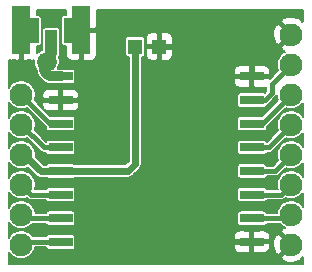
<source format=gbr>
%TF.GenerationSoftware,KiCad,Pcbnew,5.1.10*%
%TF.CreationDate,2021-07-25T21:05:11+03:00*%
%TF.ProjectId,hoperf-rfm9x-lora-breakout,686f7065-7266-42d7-9266-6d39782d6c6f,rev?*%
%TF.SameCoordinates,Original*%
%TF.FileFunction,Copper,L1,Top*%
%TF.FilePolarity,Positive*%
%FSLAX46Y46*%
G04 Gerber Fmt 4.6, Leading zero omitted, Abs format (unit mm)*
G04 Created by KiCad (PCBNEW 5.1.10) date 2021-07-25 21:05:11*
%MOMM*%
%LPD*%
G01*
G04 APERTURE LIST*
%TA.AperFunction,EtchedComponent*%
%ADD10C,0.100000*%
%TD*%
%TA.AperFunction,SMDPad,CuDef*%
%ADD11R,2.000000X0.800000*%
%TD*%
%TA.AperFunction,ComponentPad*%
%ADD12C,1.930400*%
%TD*%
%TA.AperFunction,SMDPad,CuDef*%
%ADD13R,1.200000X1.300000*%
%TD*%
%TA.AperFunction,ComponentPad*%
%ADD14C,1.676400*%
%TD*%
%TA.AperFunction,SMDPad,CuDef*%
%ADD15R,1.016000X2.032000*%
%TD*%
%TA.AperFunction,SMDPad,CuDef*%
%ADD16R,1.524000X4.064000*%
%TD*%
%TA.AperFunction,ViaPad*%
%ADD17C,0.704800*%
%TD*%
%TA.AperFunction,Conductor*%
%ADD18C,0.406400*%
%TD*%
%TA.AperFunction,Conductor*%
%ADD19C,0.609600*%
%TD*%
%TA.AperFunction,Conductor*%
%ADD20C,0.812800*%
%TD*%
%TA.AperFunction,Conductor*%
%ADD21C,0.203200*%
%TD*%
%TA.AperFunction,Conductor*%
%ADD22C,0.100000*%
%TD*%
G04 APERTURE END LIST*
D10*
%TO.C,UFL/SMA1*%
G36*
X138535900Y-96964400D02*
G01*
X136426100Y-96964400D01*
X136426100Y-94881600D01*
X138535900Y-94881600D01*
X138535900Y-96964400D01*
G37*
G36*
X140666300Y-94881600D02*
G01*
X142776100Y-94881600D01*
X142776100Y-96964400D01*
X140666300Y-96964400D01*
X140666300Y-94881600D01*
G37*
%TD*%
D11*
%TO.P,U1,16P*%
%TO.N,GND*%
X156591100Y-99819600D03*
%TO.P,U1,15P*%
%TO.N,Net-(JP1-Pad7)*%
X156591100Y-101819600D03*
%TO.P,U1,14P*%
%TO.N,Net-(JP1-Pad6)*%
X156591100Y-103819600D03*
%TO.P,U1,13P*%
%TO.N,Net-(JP1-Pad5)*%
X156591100Y-105819600D03*
%TO.P,U1,12P*%
%TO.N,Net-(JP1-Pad4)*%
X156591100Y-107819600D03*
%TO.P,U1,11P*%
%TO.N,Net-(JP1-Pad3)*%
X156591100Y-109819600D03*
%TO.P,U1,10P*%
%TO.N,Net-(JP1-Pad2)*%
X156591100Y-111819600D03*
%TO.P,U1,9P*%
%TO.N,GND*%
X156591100Y-113819600D03*
%TO.P,U1,8P*%
%TO.N,Net-(JP2-Pad1)*%
X140391100Y-113819600D03*
%TO.P,U1,7P*%
%TO.N,Net-(JP2-Pad2)*%
X140391100Y-111819600D03*
%TO.P,U1,6P*%
%TO.N,Net-(JP2-Pad3)*%
X140391100Y-109819600D03*
%TO.P,U1,5P*%
%TO.N,Net-(C1-Pad1)*%
X140391100Y-107819600D03*
%TO.P,U1,4P*%
%TO.N,Net-(JP2-Pad5)*%
X140391100Y-105819600D03*
%TO.P,U1,3P*%
%TO.N,Net-(JP2-Pad6)*%
X140391100Y-103819600D03*
%TO.P,U1,2P*%
%TO.N,GND*%
X140391100Y-101819600D03*
%TO.P,U1,1P*%
%TO.N,Net-(ANT1-Pad1)*%
X140391100Y-99819600D03*
%TD*%
D12*
%TO.P,JP1,8*%
%TO.N,GND*%
X159921100Y-96278600D03*
%TO.P,JP1,7*%
%TO.N,Net-(JP1-Pad7)*%
X159921100Y-98818600D03*
%TO.P,JP1,6*%
%TO.N,Net-(JP1-Pad6)*%
X159921100Y-101358600D03*
%TO.P,JP1,5*%
%TO.N,Net-(JP1-Pad5)*%
X159921100Y-103898600D03*
%TO.P,JP1,4*%
%TO.N,Net-(JP1-Pad4)*%
X159921100Y-106438600D03*
%TO.P,JP1,3*%
%TO.N,Net-(JP1-Pad3)*%
X159921100Y-108978600D03*
%TO.P,JP1,2*%
%TO.N,Net-(JP1-Pad2)*%
X159921100Y-111518600D03*
%TO.P,JP1,1*%
%TO.N,GND*%
X159921100Y-114058600D03*
%TD*%
D13*
%TO.P,C1,2*%
%TO.N,GND*%
X148745100Y-97294600D03*
%TO.P,C1,1*%
%TO.N,Net-(C1-Pad1)*%
X146713100Y-97294600D03*
%TD*%
D12*
%TO.P,JP2,6*%
%TO.N,Net-(JP2-Pad6)*%
X137061100Y-101358600D03*
%TO.P,JP2,5*%
%TO.N,Net-(JP2-Pad5)*%
X137061100Y-103898600D03*
%TO.P,JP2,4*%
%TO.N,Net-(C1-Pad1)*%
X137061100Y-106438600D03*
%TO.P,JP2,3*%
%TO.N,Net-(JP2-Pad3)*%
X137061100Y-108978600D03*
%TO.P,JP2,2*%
%TO.N,Net-(JP2-Pad2)*%
X137061100Y-111518600D03*
%TO.P,JP2,1*%
%TO.N,Net-(JP2-Pad1)*%
X137061100Y-114058600D03*
%TD*%
D14*
%TO.P,ANT1,1*%
%TO.N,Net-(ANT1-Pad1)*%
X139220100Y-98564600D03*
%TD*%
D15*
%TO.P,UFL/SMA1,P*%
%TO.N,Net-(ANT1-Pad1)*%
X139601100Y-96913600D03*
D16*
%TO.P,UFL/SMA1,GND@2*%
%TO.N,GND*%
X142141100Y-95897600D03*
%TO.P,UFL/SMA1,GND@1*%
X137061100Y-95897600D03*
%TD*%
D17*
%TO.N,GND*%
X140871100Y-98564600D03*
X137696100Y-98691600D03*
X138077100Y-99707600D03*
X138839100Y-100596600D03*
X147983100Y-95008600D03*
X152809100Y-95008600D03*
X157381100Y-95008600D03*
X139601100Y-115328600D03*
X144681100Y-115328600D03*
X149761100Y-115328600D03*
X154841100Y-115328600D03*
X148237100Y-101739600D03*
X154079100Y-104152600D03*
X145951100Y-108978600D03*
X153698100Y-99707600D03*
X154333100Y-106946600D03*
X148872100Y-105930600D03*
X149380100Y-112153600D03*
X143538100Y-102120600D03*
X144681100Y-106438600D03*
X142141100Y-108978600D03*
X142141100Y-100088600D03*
X142141100Y-105168600D03*
X144681100Y-96024600D03*
X151539100Y-97548600D03*
X157381100Y-97548600D03*
X144681100Y-95008600D03*
X144681100Y-97040600D03*
X143411100Y-98818600D03*
X136426100Y-98691600D03*
X153825100Y-112280600D03*
X153952100Y-109613600D03*
X145062100Y-112153600D03*
%TD*%
D18*
%TO.N,Net-(JP1-Pad3)*%
X156591100Y-109819600D02*
X159080100Y-109819600D01*
X159080100Y-109819600D02*
X159921100Y-108978600D01*
%TO.N,Net-(JP1-Pad4)*%
X156591100Y-107819600D02*
X158540100Y-107819600D01*
X158540100Y-107819600D02*
X159921100Y-106438600D01*
%TO.N,Net-(JP1-Pad5)*%
X156591100Y-105819600D02*
X158000100Y-105819600D01*
X158000100Y-105819600D02*
X159921100Y-103898600D01*
%TO.N,Net-(JP1-Pad6)*%
X156591100Y-103819600D02*
X157460100Y-103819600D01*
X157460100Y-103819600D02*
X159921100Y-101358600D01*
%TO.N,GND*%
X159682100Y-113819600D02*
X159921100Y-114058600D01*
X156591100Y-99819600D02*
X156591100Y-98719600D01*
X156591100Y-98719600D02*
X156682600Y-98628100D01*
X139855100Y-101866600D02*
X140344100Y-101866600D01*
X140344100Y-101866600D02*
X140391100Y-101819600D01*
X143538100Y-99199600D02*
X143538100Y-100850600D01*
X143538100Y-100850600D02*
X142569100Y-101819600D01*
X140391100Y-101819600D02*
X142569100Y-101819600D01*
X148745100Y-97294600D02*
X155984100Y-97294600D01*
X155984100Y-97294600D02*
X156619100Y-97929600D01*
X156619100Y-97929600D02*
X156619100Y-98564600D01*
X156619100Y-98564600D02*
X156682600Y-98628100D01*
X148745100Y-97294600D02*
X148745100Y-96151600D01*
X148745100Y-96151600D02*
X148491100Y-95897600D01*
X156591100Y-99819600D02*
X154729100Y-99819600D01*
X154729100Y-99819600D02*
X154206100Y-100342600D01*
X154206100Y-100342600D02*
X154206100Y-113169600D01*
X154206100Y-113169600D02*
X154841100Y-113804600D01*
X154841100Y-113804600D02*
X156576100Y-113804600D01*
X156576100Y-113804600D02*
X156591100Y-113819600D01*
X142141100Y-97802600D02*
X142141100Y-95897600D01*
X142141100Y-95897600D02*
X148491100Y-95897600D01*
X137061100Y-99072600D02*
X137061100Y-95897600D01*
%TO.N,Net-(JP1-Pad2)*%
X156591100Y-111819600D02*
X159620100Y-111819600D01*
X159620100Y-111819600D02*
X159921100Y-111518600D01*
%TO.N,Net-(JP1-Pad7)*%
X156591100Y-101819600D02*
X157682100Y-101819600D01*
X157682100Y-101819600D02*
X158270100Y-101231600D01*
X158270100Y-101231600D02*
X158270100Y-100469600D01*
X158270100Y-100469600D02*
X159921100Y-98818600D01*
%TO.N,Net-(JP2-Pad1)*%
X140391100Y-113819600D02*
X137300100Y-113819600D01*
X137300100Y-113819600D02*
X137061100Y-114058600D01*
%TO.N,Net-(JP2-Pad2)*%
X140391100Y-111819600D02*
X137362100Y-111819600D01*
X137362100Y-111819600D02*
X137061100Y-111518600D01*
%TO.N,Net-(JP2-Pad3)*%
X140391100Y-109819600D02*
X137902100Y-109819600D01*
X137902100Y-109819600D02*
X137061100Y-108978600D01*
%TO.N,Net-(C1-Pad1)*%
X140407100Y-107835600D02*
X140391100Y-107819600D01*
D19*
X137061100Y-106438600D02*
X137315100Y-106438600D01*
X137315100Y-106438600D02*
X138712100Y-107835600D01*
X138712100Y-107835600D02*
X140375100Y-107835600D01*
X140375100Y-107835600D02*
X140391100Y-107819600D01*
X140391100Y-107819600D02*
X146094100Y-107819600D01*
X146094100Y-107819600D02*
X146713100Y-107200600D01*
X146713100Y-107200600D02*
X146713100Y-97294600D01*
D18*
%TO.N,Net-(JP2-Pad5)*%
X140391100Y-105819600D02*
X138982100Y-105819600D01*
X138982100Y-105819600D02*
X137061100Y-103898600D01*
%TO.N,Net-(JP2-Pad6)*%
X140391100Y-103819600D02*
X139522100Y-103819600D01*
X139522100Y-103819600D02*
X137061100Y-101358600D01*
D20*
%TO.N,Net-(ANT1-Pad1)*%
X140391100Y-99819600D02*
X139713100Y-99819600D01*
X139713100Y-99819600D02*
X139713099Y-99819600D01*
X139713099Y-99819600D02*
X139522770Y-99794147D01*
X139522770Y-99794147D02*
X139345818Y-99719577D01*
X139345818Y-99719577D02*
X139194678Y-99601130D01*
X139194678Y-99601130D02*
X139079973Y-99447131D01*
X139079973Y-99447131D02*
X139009764Y-99268404D01*
X139009764Y-99268404D02*
X138988985Y-99077508D01*
X138988985Y-99077508D02*
X139019097Y-98887861D01*
X139019097Y-98887861D02*
X139097983Y-98712790D01*
X139097983Y-98712790D02*
X139220100Y-98564600D01*
X139220100Y-98564600D02*
X139220100Y-98564600D01*
X139220100Y-98564600D02*
X139418121Y-98340162D01*
X139418121Y-98340162D02*
X139568006Y-98081087D01*
X139568006Y-98081087D02*
X139663869Y-97797547D01*
X139663869Y-97797547D02*
X139701948Y-97500672D01*
X139701948Y-97500672D02*
X139601100Y-96913600D01*
%TD*%
D21*
%TO.N,GND*%
X160946475Y-95140117D02*
X160913508Y-95107150D01*
X160811132Y-95209526D01*
X160715242Y-94970172D01*
X160444721Y-94840384D01*
X160154078Y-94765866D01*
X159854481Y-94749481D01*
X159557446Y-94791859D01*
X159274384Y-94891372D01*
X159126958Y-94970172D01*
X159031067Y-95209527D01*
X159921100Y-96099561D01*
X159935242Y-96085418D01*
X160114282Y-96264458D01*
X160100139Y-96278600D01*
X160114282Y-96292742D01*
X159935242Y-96471782D01*
X159921100Y-96457639D01*
X159031067Y-97347673D01*
X159126958Y-97587028D01*
X159396385Y-97716291D01*
X159343592Y-97738159D01*
X159143905Y-97871586D01*
X158974086Y-98041405D01*
X158840659Y-98241092D01*
X158748753Y-98462973D01*
X158701900Y-98698519D01*
X158701900Y-98938681D01*
X158748753Y-99174227D01*
X158798586Y-99294536D01*
X158078261Y-100014861D01*
X158009600Y-99946200D01*
X156717700Y-99946200D01*
X156717700Y-100638100D01*
X156857200Y-100777600D01*
X157591100Y-100780300D01*
X157700487Y-100769526D01*
X157805671Y-100737619D01*
X157812901Y-100733755D01*
X157812900Y-101042221D01*
X157675383Y-101179739D01*
X157640893Y-101169276D01*
X157591100Y-101164372D01*
X155591100Y-101164372D01*
X155541307Y-101169276D01*
X155493428Y-101183800D01*
X155449303Y-101207386D01*
X155410627Y-101239127D01*
X155378886Y-101277803D01*
X155355300Y-101321928D01*
X155340776Y-101369807D01*
X155335872Y-101419600D01*
X155335872Y-102219600D01*
X155340776Y-102269393D01*
X155355300Y-102317272D01*
X155378886Y-102361397D01*
X155410627Y-102400073D01*
X155449303Y-102431814D01*
X155493428Y-102455400D01*
X155541307Y-102469924D01*
X155591100Y-102474828D01*
X157591100Y-102474828D01*
X157640893Y-102469924D01*
X157688772Y-102455400D01*
X157732897Y-102431814D01*
X157771573Y-102400073D01*
X157803314Y-102361397D01*
X157826900Y-102317272D01*
X157841424Y-102269393D01*
X157843490Y-102248415D01*
X157857909Y-102244041D01*
X157937336Y-102201587D01*
X158006953Y-102144453D01*
X158021274Y-102127003D01*
X158577514Y-101570764D01*
X158594953Y-101556453D01*
X158609265Y-101539014D01*
X158609271Y-101539008D01*
X158652087Y-101486836D01*
X158694541Y-101407410D01*
X158701900Y-101383151D01*
X158701900Y-101478681D01*
X158748753Y-101714227D01*
X158798586Y-101834535D01*
X157468751Y-103164372D01*
X155591100Y-103164372D01*
X155541307Y-103169276D01*
X155493428Y-103183800D01*
X155449303Y-103207386D01*
X155410627Y-103239127D01*
X155378886Y-103277803D01*
X155355300Y-103321928D01*
X155340776Y-103369807D01*
X155335872Y-103419600D01*
X155335872Y-104219600D01*
X155340776Y-104269393D01*
X155355300Y-104317272D01*
X155378886Y-104361397D01*
X155410627Y-104400073D01*
X155449303Y-104431814D01*
X155493428Y-104455400D01*
X155541307Y-104469924D01*
X155591100Y-104474828D01*
X157591100Y-104474828D01*
X157640893Y-104469924D01*
X157688772Y-104455400D01*
X157732897Y-104431814D01*
X157771573Y-104400073D01*
X157803314Y-104361397D01*
X157826900Y-104317272D01*
X157841424Y-104269393D01*
X157846328Y-104219600D01*
X157846328Y-104079949D01*
X159445165Y-102481114D01*
X159565473Y-102530947D01*
X159801019Y-102577800D01*
X160041181Y-102577800D01*
X160276727Y-102530947D01*
X160498608Y-102439041D01*
X160698295Y-102305614D01*
X160868114Y-102135795D01*
X160942456Y-102024535D01*
X160941751Y-103231610D01*
X160868114Y-103121405D01*
X160698295Y-102951586D01*
X160498608Y-102818159D01*
X160276727Y-102726253D01*
X160041181Y-102679400D01*
X159801019Y-102679400D01*
X159565473Y-102726253D01*
X159343592Y-102818159D01*
X159143905Y-102951586D01*
X158974086Y-103121405D01*
X158840659Y-103321092D01*
X158748753Y-103542973D01*
X158701900Y-103778519D01*
X158701900Y-104018681D01*
X158748753Y-104254227D01*
X158798587Y-104374536D01*
X157832555Y-105340568D01*
X157826900Y-105321928D01*
X157803314Y-105277803D01*
X157771573Y-105239127D01*
X157732897Y-105207386D01*
X157688772Y-105183800D01*
X157640893Y-105169276D01*
X157591100Y-105164372D01*
X155591100Y-105164372D01*
X155541307Y-105169276D01*
X155493428Y-105183800D01*
X155449303Y-105207386D01*
X155410627Y-105239127D01*
X155378886Y-105277803D01*
X155355300Y-105321928D01*
X155340776Y-105369807D01*
X155335872Y-105419600D01*
X155335872Y-106219600D01*
X155340776Y-106269393D01*
X155355300Y-106317272D01*
X155378886Y-106361397D01*
X155410627Y-106400073D01*
X155449303Y-106431814D01*
X155493428Y-106455400D01*
X155541307Y-106469924D01*
X155591100Y-106474828D01*
X157591100Y-106474828D01*
X157640893Y-106469924D01*
X157688772Y-106455400D01*
X157732897Y-106431814D01*
X157771573Y-106400073D01*
X157803314Y-106361397D01*
X157826900Y-106317272D01*
X157839177Y-106276800D01*
X157977650Y-106276800D01*
X158000100Y-106279011D01*
X158022550Y-106276800D01*
X158022560Y-106276800D01*
X158089727Y-106270185D01*
X158175909Y-106244041D01*
X158255336Y-106201587D01*
X158324953Y-106144453D01*
X158339274Y-106127003D01*
X159445164Y-105021113D01*
X159565473Y-105070947D01*
X159801019Y-105117800D01*
X160041181Y-105117800D01*
X160276727Y-105070947D01*
X160498608Y-104979041D01*
X160698295Y-104845614D01*
X160868114Y-104675795D01*
X160940972Y-104566756D01*
X160940270Y-105769393D01*
X160868114Y-105661405D01*
X160698295Y-105491586D01*
X160498608Y-105358159D01*
X160276727Y-105266253D01*
X160041181Y-105219400D01*
X159801019Y-105219400D01*
X159565473Y-105266253D01*
X159343592Y-105358159D01*
X159143905Y-105491586D01*
X158974086Y-105661405D01*
X158840659Y-105861092D01*
X158748753Y-106082973D01*
X158701900Y-106318519D01*
X158701900Y-106558681D01*
X158748753Y-106794227D01*
X158798587Y-106914536D01*
X158350723Y-107362400D01*
X157839177Y-107362400D01*
X157826900Y-107321928D01*
X157803314Y-107277803D01*
X157771573Y-107239127D01*
X157732897Y-107207386D01*
X157688772Y-107183800D01*
X157640893Y-107169276D01*
X157591100Y-107164372D01*
X155591100Y-107164372D01*
X155541307Y-107169276D01*
X155493428Y-107183800D01*
X155449303Y-107207386D01*
X155410627Y-107239127D01*
X155378886Y-107277803D01*
X155355300Y-107321928D01*
X155340776Y-107369807D01*
X155335872Y-107419600D01*
X155335872Y-108219600D01*
X155340776Y-108269393D01*
X155355300Y-108317272D01*
X155378886Y-108361397D01*
X155410627Y-108400073D01*
X155449303Y-108431814D01*
X155493428Y-108455400D01*
X155541307Y-108469924D01*
X155591100Y-108474828D01*
X157591100Y-108474828D01*
X157640893Y-108469924D01*
X157688772Y-108455400D01*
X157732897Y-108431814D01*
X157771573Y-108400073D01*
X157803314Y-108361397D01*
X157826900Y-108317272D01*
X157839177Y-108276800D01*
X158517650Y-108276800D01*
X158540100Y-108279011D01*
X158562550Y-108276800D01*
X158562560Y-108276800D01*
X158629727Y-108270185D01*
X158715909Y-108244041D01*
X158795336Y-108201587D01*
X158864953Y-108144453D01*
X158879274Y-108127003D01*
X159445164Y-107561113D01*
X159565473Y-107610947D01*
X159801019Y-107657800D01*
X160041181Y-107657800D01*
X160276727Y-107610947D01*
X160498608Y-107519041D01*
X160698295Y-107385614D01*
X160868114Y-107215795D01*
X160939488Y-107108977D01*
X160938788Y-108307176D01*
X160868114Y-108201405D01*
X160698295Y-108031586D01*
X160498608Y-107898159D01*
X160276727Y-107806253D01*
X160041181Y-107759400D01*
X159801019Y-107759400D01*
X159565473Y-107806253D01*
X159343592Y-107898159D01*
X159143905Y-108031586D01*
X158974086Y-108201405D01*
X158840659Y-108401092D01*
X158748753Y-108622973D01*
X158701900Y-108858519D01*
X158701900Y-109098681D01*
X158748753Y-109334227D01*
X158760423Y-109362400D01*
X157839177Y-109362400D01*
X157826900Y-109321928D01*
X157803314Y-109277803D01*
X157771573Y-109239127D01*
X157732897Y-109207386D01*
X157688772Y-109183800D01*
X157640893Y-109169276D01*
X157591100Y-109164372D01*
X155591100Y-109164372D01*
X155541307Y-109169276D01*
X155493428Y-109183800D01*
X155449303Y-109207386D01*
X155410627Y-109239127D01*
X155378886Y-109277803D01*
X155355300Y-109321928D01*
X155340776Y-109369807D01*
X155335872Y-109419600D01*
X155335872Y-110219600D01*
X155340776Y-110269393D01*
X155355300Y-110317272D01*
X155378886Y-110361397D01*
X155410627Y-110400073D01*
X155449303Y-110431814D01*
X155493428Y-110455400D01*
X155541307Y-110469924D01*
X155591100Y-110474828D01*
X157591100Y-110474828D01*
X157640893Y-110469924D01*
X157688772Y-110455400D01*
X157732897Y-110431814D01*
X157771573Y-110400073D01*
X157803314Y-110361397D01*
X157826900Y-110317272D01*
X157839177Y-110276800D01*
X159057650Y-110276800D01*
X159080100Y-110279011D01*
X159102550Y-110276800D01*
X159102560Y-110276800D01*
X159169727Y-110270185D01*
X159255909Y-110244041D01*
X159335336Y-110201587D01*
X159404953Y-110144453D01*
X159419274Y-110127003D01*
X159445164Y-110101113D01*
X159565473Y-110150947D01*
X159801019Y-110197800D01*
X160041181Y-110197800D01*
X160276727Y-110150947D01*
X160498608Y-110059041D01*
X160698295Y-109925614D01*
X160868114Y-109755795D01*
X160938003Y-109651198D01*
X160937306Y-110844959D01*
X160868114Y-110741405D01*
X160698295Y-110571586D01*
X160498608Y-110438159D01*
X160276727Y-110346253D01*
X160041181Y-110299400D01*
X159801019Y-110299400D01*
X159565473Y-110346253D01*
X159343592Y-110438159D01*
X159143905Y-110571586D01*
X158974086Y-110741405D01*
X158840659Y-110941092D01*
X158748753Y-111162973D01*
X158709085Y-111362400D01*
X157839177Y-111362400D01*
X157826900Y-111321928D01*
X157803314Y-111277803D01*
X157771573Y-111239127D01*
X157732897Y-111207386D01*
X157688772Y-111183800D01*
X157640893Y-111169276D01*
X157591100Y-111164372D01*
X155591100Y-111164372D01*
X155541307Y-111169276D01*
X155493428Y-111183800D01*
X155449303Y-111207386D01*
X155410627Y-111239127D01*
X155378886Y-111277803D01*
X155355300Y-111321928D01*
X155340776Y-111369807D01*
X155335872Y-111419600D01*
X155335872Y-112219600D01*
X155340776Y-112269393D01*
X155355300Y-112317272D01*
X155378886Y-112361397D01*
X155410627Y-112400073D01*
X155449303Y-112431814D01*
X155493428Y-112455400D01*
X155541307Y-112469924D01*
X155591100Y-112474828D01*
X157591100Y-112474828D01*
X157640893Y-112469924D01*
X157688772Y-112455400D01*
X157732897Y-112431814D01*
X157771573Y-112400073D01*
X157803314Y-112361397D01*
X157826900Y-112317272D01*
X157839177Y-112276800D01*
X158961394Y-112276800D01*
X158974086Y-112295795D01*
X159143905Y-112465614D01*
X159343592Y-112599041D01*
X159406274Y-112625005D01*
X159274384Y-112671372D01*
X159126958Y-112750172D01*
X159031067Y-112989527D01*
X159921100Y-113879561D01*
X159935242Y-113865418D01*
X160114282Y-114044458D01*
X160100139Y-114058600D01*
X160114282Y-114072742D01*
X159935242Y-114251782D01*
X159921100Y-114237639D01*
X159031067Y-115127673D01*
X159126958Y-115367028D01*
X159397479Y-115496816D01*
X159688122Y-115571334D01*
X159987719Y-115587719D01*
X160284754Y-115545341D01*
X160567816Y-115445828D01*
X160715242Y-115367028D01*
X160811132Y-115127674D01*
X160913508Y-115230050D01*
X160934759Y-115208799D01*
X160934459Y-115722400D01*
X135991600Y-115722400D01*
X135991600Y-114652482D01*
X136114086Y-114835795D01*
X136283905Y-115005614D01*
X136483592Y-115139041D01*
X136705473Y-115230947D01*
X136941019Y-115277800D01*
X137181181Y-115277800D01*
X137416727Y-115230947D01*
X137638608Y-115139041D01*
X137838295Y-115005614D01*
X138008114Y-114835795D01*
X138141541Y-114636108D01*
X138233447Y-114414227D01*
X138260783Y-114276800D01*
X139143023Y-114276800D01*
X139155300Y-114317272D01*
X139178886Y-114361397D01*
X139210627Y-114400073D01*
X139249303Y-114431814D01*
X139293428Y-114455400D01*
X139341307Y-114469924D01*
X139391100Y-114474828D01*
X141391100Y-114474828D01*
X141440893Y-114469924D01*
X141488772Y-114455400D01*
X141532897Y-114431814D01*
X141571573Y-114400073D01*
X141603314Y-114361397D01*
X141626900Y-114317272D01*
X141641424Y-114269393D01*
X141646328Y-114219600D01*
X155030400Y-114219600D01*
X155041174Y-114328987D01*
X155073081Y-114434171D01*
X155124895Y-114531108D01*
X155194625Y-114616075D01*
X155279592Y-114685805D01*
X155376529Y-114737619D01*
X155481713Y-114769526D01*
X155591100Y-114780300D01*
X156325000Y-114777600D01*
X156464500Y-114638100D01*
X156464500Y-113946200D01*
X156717700Y-113946200D01*
X156717700Y-114638100D01*
X156857200Y-114777600D01*
X157591100Y-114780300D01*
X157700487Y-114769526D01*
X157805671Y-114737619D01*
X157902608Y-114685805D01*
X157987575Y-114616075D01*
X158057305Y-114531108D01*
X158109119Y-114434171D01*
X158141026Y-114328987D01*
X158151800Y-114219600D01*
X158149897Y-114125219D01*
X158391981Y-114125219D01*
X158434359Y-114422254D01*
X158533872Y-114705316D01*
X158612672Y-114852742D01*
X158852027Y-114948633D01*
X159742061Y-114058600D01*
X158852027Y-113168567D01*
X158612672Y-113264458D01*
X158482884Y-113534979D01*
X158408366Y-113825622D01*
X158391981Y-114125219D01*
X158149897Y-114125219D01*
X158149100Y-114085700D01*
X158009600Y-113946200D01*
X156717700Y-113946200D01*
X156464500Y-113946200D01*
X155172600Y-113946200D01*
X155033100Y-114085700D01*
X155030400Y-114219600D01*
X141646328Y-114219600D01*
X141646328Y-113419600D01*
X155030400Y-113419600D01*
X155033100Y-113553500D01*
X155172600Y-113693000D01*
X156464500Y-113693000D01*
X156464500Y-113001100D01*
X156717700Y-113001100D01*
X156717700Y-113693000D01*
X158009600Y-113693000D01*
X158149100Y-113553500D01*
X158151800Y-113419600D01*
X158141026Y-113310213D01*
X158109119Y-113205029D01*
X158057305Y-113108092D01*
X157987575Y-113023125D01*
X157902608Y-112953395D01*
X157805671Y-112901581D01*
X157700487Y-112869674D01*
X157591100Y-112858900D01*
X156857200Y-112861600D01*
X156717700Y-113001100D01*
X156464500Y-113001100D01*
X156325000Y-112861600D01*
X155591100Y-112858900D01*
X155481713Y-112869674D01*
X155376529Y-112901581D01*
X155279592Y-112953395D01*
X155194625Y-113023125D01*
X155124895Y-113108092D01*
X155073081Y-113205029D01*
X155041174Y-113310213D01*
X155030400Y-113419600D01*
X141646328Y-113419600D01*
X141641424Y-113369807D01*
X141626900Y-113321928D01*
X141603314Y-113277803D01*
X141571573Y-113239127D01*
X141532897Y-113207386D01*
X141488772Y-113183800D01*
X141440893Y-113169276D01*
X141391100Y-113164372D01*
X139391100Y-113164372D01*
X139341307Y-113169276D01*
X139293428Y-113183800D01*
X139249303Y-113207386D01*
X139210627Y-113239127D01*
X139178886Y-113277803D01*
X139155300Y-113321928D01*
X139143023Y-113362400D01*
X138062233Y-113362400D01*
X138008114Y-113281405D01*
X137838295Y-113111586D01*
X137638608Y-112978159D01*
X137416727Y-112886253D01*
X137181181Y-112839400D01*
X136941019Y-112839400D01*
X136705473Y-112886253D01*
X136483592Y-112978159D01*
X136283905Y-113111586D01*
X136114086Y-113281405D01*
X135991600Y-113464718D01*
X135991600Y-112112482D01*
X136114086Y-112295795D01*
X136283905Y-112465614D01*
X136483592Y-112599041D01*
X136705473Y-112690947D01*
X136941019Y-112737800D01*
X137181181Y-112737800D01*
X137416727Y-112690947D01*
X137638608Y-112599041D01*
X137838295Y-112465614D01*
X138008114Y-112295795D01*
X138020806Y-112276800D01*
X139143023Y-112276800D01*
X139155300Y-112317272D01*
X139178886Y-112361397D01*
X139210627Y-112400073D01*
X139249303Y-112431814D01*
X139293428Y-112455400D01*
X139341307Y-112469924D01*
X139391100Y-112474828D01*
X141391100Y-112474828D01*
X141440893Y-112469924D01*
X141488772Y-112455400D01*
X141532897Y-112431814D01*
X141571573Y-112400073D01*
X141603314Y-112361397D01*
X141626900Y-112317272D01*
X141641424Y-112269393D01*
X141646328Y-112219600D01*
X141646328Y-111419600D01*
X141641424Y-111369807D01*
X141626900Y-111321928D01*
X141603314Y-111277803D01*
X141571573Y-111239127D01*
X141532897Y-111207386D01*
X141488772Y-111183800D01*
X141440893Y-111169276D01*
X141391100Y-111164372D01*
X139391100Y-111164372D01*
X139341307Y-111169276D01*
X139293428Y-111183800D01*
X139249303Y-111207386D01*
X139210627Y-111239127D01*
X139178886Y-111277803D01*
X139155300Y-111321928D01*
X139143023Y-111362400D01*
X138273115Y-111362400D01*
X138233447Y-111162973D01*
X138141541Y-110941092D01*
X138008114Y-110741405D01*
X137838295Y-110571586D01*
X137638608Y-110438159D01*
X137416727Y-110346253D01*
X137181181Y-110299400D01*
X136941019Y-110299400D01*
X136705473Y-110346253D01*
X136483592Y-110438159D01*
X136283905Y-110571586D01*
X136114086Y-110741405D01*
X135991600Y-110924718D01*
X135991600Y-109572482D01*
X136114086Y-109755795D01*
X136283905Y-109925614D01*
X136483592Y-110059041D01*
X136705473Y-110150947D01*
X136941019Y-110197800D01*
X137181181Y-110197800D01*
X137416727Y-110150947D01*
X137537035Y-110101114D01*
X137562935Y-110127013D01*
X137577247Y-110144453D01*
X137594686Y-110158765D01*
X137594692Y-110158771D01*
X137646864Y-110201587D01*
X137726290Y-110244041D01*
X137746349Y-110250126D01*
X137812473Y-110270185D01*
X137879640Y-110276800D01*
X137879650Y-110276800D01*
X137902100Y-110279011D01*
X137924550Y-110276800D01*
X139143023Y-110276800D01*
X139155300Y-110317272D01*
X139178886Y-110361397D01*
X139210627Y-110400073D01*
X139249303Y-110431814D01*
X139293428Y-110455400D01*
X139341307Y-110469924D01*
X139391100Y-110474828D01*
X141391100Y-110474828D01*
X141440893Y-110469924D01*
X141488772Y-110455400D01*
X141532897Y-110431814D01*
X141571573Y-110400073D01*
X141603314Y-110361397D01*
X141626900Y-110317272D01*
X141641424Y-110269393D01*
X141646328Y-110219600D01*
X141646328Y-109419600D01*
X141641424Y-109369807D01*
X141626900Y-109321928D01*
X141603314Y-109277803D01*
X141571573Y-109239127D01*
X141532897Y-109207386D01*
X141488772Y-109183800D01*
X141440893Y-109169276D01*
X141391100Y-109164372D01*
X139391100Y-109164372D01*
X139341307Y-109169276D01*
X139293428Y-109183800D01*
X139249303Y-109207386D01*
X139210627Y-109239127D01*
X139178886Y-109277803D01*
X139155300Y-109321928D01*
X139143023Y-109362400D01*
X138221777Y-109362400D01*
X138233447Y-109334227D01*
X138280300Y-109098681D01*
X138280300Y-108858519D01*
X138233447Y-108622973D01*
X138141541Y-108401092D01*
X138008114Y-108201405D01*
X137838295Y-108031586D01*
X137638608Y-107898159D01*
X137416727Y-107806253D01*
X137181181Y-107759400D01*
X136941019Y-107759400D01*
X136705473Y-107806253D01*
X136483592Y-107898159D01*
X136283905Y-108031586D01*
X136114086Y-108201405D01*
X135991600Y-108384718D01*
X135991600Y-107032482D01*
X136114086Y-107215795D01*
X136283905Y-107385614D01*
X136483592Y-107519041D01*
X136705473Y-107610947D01*
X136941019Y-107657800D01*
X137181181Y-107657800D01*
X137416727Y-107610947D01*
X137615041Y-107528803D01*
X138297557Y-108211319D01*
X138315057Y-108232643D01*
X138400146Y-108302473D01*
X138497222Y-108354361D01*
X138602556Y-108386314D01*
X138684656Y-108394400D01*
X138684657Y-108394400D01*
X138712099Y-108397103D01*
X138739541Y-108394400D01*
X139205971Y-108394400D01*
X139210627Y-108400073D01*
X139249303Y-108431814D01*
X139293428Y-108455400D01*
X139341307Y-108469924D01*
X139391100Y-108474828D01*
X141391100Y-108474828D01*
X141440893Y-108469924D01*
X141488772Y-108455400D01*
X141532897Y-108431814D01*
X141571573Y-108400073D01*
X141589360Y-108378400D01*
X146066658Y-108378400D01*
X146094100Y-108381103D01*
X146121542Y-108378400D01*
X146121544Y-108378400D01*
X146203644Y-108370314D01*
X146308978Y-108338361D01*
X146406054Y-108286473D01*
X146491143Y-108216643D01*
X146508643Y-108195319D01*
X147088819Y-107615143D01*
X147110143Y-107597643D01*
X147179973Y-107512554D01*
X147231861Y-107415478D01*
X147263814Y-107310144D01*
X147271900Y-107228044D01*
X147271900Y-107228043D01*
X147274603Y-107200601D01*
X147271900Y-107173159D01*
X147271900Y-100219600D01*
X155030400Y-100219600D01*
X155041174Y-100328987D01*
X155073081Y-100434171D01*
X155124895Y-100531108D01*
X155194625Y-100616075D01*
X155279592Y-100685805D01*
X155376529Y-100737619D01*
X155481713Y-100769526D01*
X155591100Y-100780300D01*
X156325000Y-100777600D01*
X156464500Y-100638100D01*
X156464500Y-99946200D01*
X155172600Y-99946200D01*
X155033100Y-100085700D01*
X155030400Y-100219600D01*
X147271900Y-100219600D01*
X147271900Y-99419600D01*
X155030400Y-99419600D01*
X155033100Y-99553500D01*
X155172600Y-99693000D01*
X156464500Y-99693000D01*
X156464500Y-99001100D01*
X156717700Y-99001100D01*
X156717700Y-99693000D01*
X158009600Y-99693000D01*
X158149100Y-99553500D01*
X158151800Y-99419600D01*
X158141026Y-99310213D01*
X158109119Y-99205029D01*
X158057305Y-99108092D01*
X157987575Y-99023125D01*
X157902608Y-98953395D01*
X157805671Y-98901581D01*
X157700487Y-98869674D01*
X157591100Y-98858900D01*
X156857200Y-98861600D01*
X156717700Y-99001100D01*
X156464500Y-99001100D01*
X156325000Y-98861600D01*
X155591100Y-98858900D01*
X155481713Y-98869674D01*
X155376529Y-98901581D01*
X155279592Y-98953395D01*
X155194625Y-99023125D01*
X155124895Y-99108092D01*
X155073081Y-99205029D01*
X155041174Y-99310213D01*
X155030400Y-99419600D01*
X147271900Y-99419600D01*
X147271900Y-98199828D01*
X147313100Y-98199828D01*
X147362893Y-98194924D01*
X147410772Y-98180400D01*
X147454897Y-98156814D01*
X147493573Y-98125073D01*
X147525314Y-98086397D01*
X147548900Y-98042272D01*
X147563424Y-97994393D01*
X147568328Y-97944600D01*
X147584400Y-97944600D01*
X147595174Y-98053987D01*
X147627081Y-98159171D01*
X147678895Y-98256108D01*
X147748625Y-98341075D01*
X147833592Y-98410805D01*
X147930529Y-98462619D01*
X148035713Y-98494526D01*
X148145100Y-98505300D01*
X148479000Y-98502600D01*
X148618500Y-98363100D01*
X148618500Y-97421200D01*
X148871700Y-97421200D01*
X148871700Y-98363100D01*
X149011200Y-98502600D01*
X149345100Y-98505300D01*
X149454487Y-98494526D01*
X149559671Y-98462619D01*
X149656608Y-98410805D01*
X149741575Y-98341075D01*
X149811305Y-98256108D01*
X149863119Y-98159171D01*
X149895026Y-98053987D01*
X149905800Y-97944600D01*
X149903100Y-97560700D01*
X149763600Y-97421200D01*
X148871700Y-97421200D01*
X148618500Y-97421200D01*
X147726600Y-97421200D01*
X147587100Y-97560700D01*
X147584400Y-97944600D01*
X147568328Y-97944600D01*
X147568328Y-96644600D01*
X147584400Y-96644600D01*
X147587100Y-97028500D01*
X147726600Y-97168000D01*
X148618500Y-97168000D01*
X148618500Y-96226100D01*
X148871700Y-96226100D01*
X148871700Y-97168000D01*
X149763600Y-97168000D01*
X149903100Y-97028500D01*
X149905800Y-96644600D01*
X149895026Y-96535213D01*
X149863119Y-96430029D01*
X149817788Y-96345219D01*
X158391981Y-96345219D01*
X158434359Y-96642254D01*
X158533872Y-96925316D01*
X158612672Y-97072742D01*
X158852027Y-97168633D01*
X159742061Y-96278600D01*
X158852027Y-95388567D01*
X158612672Y-95484458D01*
X158482884Y-95754979D01*
X158408366Y-96045622D01*
X158391981Y-96345219D01*
X149817788Y-96345219D01*
X149811305Y-96333092D01*
X149741575Y-96248125D01*
X149656608Y-96178395D01*
X149559671Y-96126581D01*
X149454487Y-96094674D01*
X149345100Y-96083900D01*
X149011200Y-96086600D01*
X148871700Y-96226100D01*
X148618500Y-96226100D01*
X148479000Y-96086600D01*
X148145100Y-96083900D01*
X148035713Y-96094674D01*
X147930529Y-96126581D01*
X147833592Y-96178395D01*
X147748625Y-96248125D01*
X147678895Y-96333092D01*
X147627081Y-96430029D01*
X147595174Y-96535213D01*
X147584400Y-96644600D01*
X147568328Y-96644600D01*
X147563424Y-96594807D01*
X147548900Y-96546928D01*
X147525314Y-96502803D01*
X147493573Y-96464127D01*
X147454897Y-96432386D01*
X147410772Y-96408800D01*
X147362893Y-96394276D01*
X147313100Y-96389372D01*
X146113100Y-96389372D01*
X146063307Y-96394276D01*
X146015428Y-96408800D01*
X145971303Y-96432386D01*
X145932627Y-96464127D01*
X145900886Y-96502803D01*
X145877300Y-96546928D01*
X145862776Y-96594807D01*
X145857872Y-96644600D01*
X145857872Y-97944600D01*
X145862776Y-97994393D01*
X145877300Y-98042272D01*
X145900886Y-98086397D01*
X145932627Y-98125073D01*
X145971303Y-98156814D01*
X146015428Y-98180400D01*
X146063307Y-98194924D01*
X146113100Y-98199828D01*
X146154301Y-98199828D01*
X146154300Y-106969138D01*
X145862638Y-107260800D01*
X141589360Y-107260800D01*
X141571573Y-107239127D01*
X141532897Y-107207386D01*
X141488772Y-107183800D01*
X141440893Y-107169276D01*
X141391100Y-107164372D01*
X139391100Y-107164372D01*
X139341307Y-107169276D01*
X139293428Y-107183800D01*
X139249303Y-107207386D01*
X139210627Y-107239127D01*
X139179709Y-107276800D01*
X138943562Y-107276800D01*
X138271199Y-106604437D01*
X138280300Y-106558681D01*
X138280300Y-106318519D01*
X138233447Y-106082973D01*
X138141541Y-105861092D01*
X138008114Y-105661405D01*
X137838295Y-105491586D01*
X137638608Y-105358159D01*
X137416727Y-105266253D01*
X137181181Y-105219400D01*
X136941019Y-105219400D01*
X136705473Y-105266253D01*
X136483592Y-105358159D01*
X136283905Y-105491586D01*
X136114086Y-105661405D01*
X135991600Y-105844718D01*
X135991600Y-104492482D01*
X136114086Y-104675795D01*
X136283905Y-104845614D01*
X136483592Y-104979041D01*
X136705473Y-105070947D01*
X136941019Y-105117800D01*
X137181181Y-105117800D01*
X137416727Y-105070947D01*
X137537036Y-105021113D01*
X138642930Y-106127008D01*
X138657247Y-106144453D01*
X138674692Y-106158770D01*
X138726863Y-106201587D01*
X138760564Y-106219600D01*
X138806291Y-106244041D01*
X138892473Y-106270185D01*
X138959640Y-106276800D01*
X138959649Y-106276800D01*
X138982099Y-106279011D01*
X139004549Y-106276800D01*
X139143023Y-106276800D01*
X139155300Y-106317272D01*
X139178886Y-106361397D01*
X139210627Y-106400073D01*
X139249303Y-106431814D01*
X139293428Y-106455400D01*
X139341307Y-106469924D01*
X139391100Y-106474828D01*
X141391100Y-106474828D01*
X141440893Y-106469924D01*
X141488772Y-106455400D01*
X141532897Y-106431814D01*
X141571573Y-106400073D01*
X141603314Y-106361397D01*
X141626900Y-106317272D01*
X141641424Y-106269393D01*
X141646328Y-106219600D01*
X141646328Y-105419600D01*
X141641424Y-105369807D01*
X141626900Y-105321928D01*
X141603314Y-105277803D01*
X141571573Y-105239127D01*
X141532897Y-105207386D01*
X141488772Y-105183800D01*
X141440893Y-105169276D01*
X141391100Y-105164372D01*
X139391100Y-105164372D01*
X139341307Y-105169276D01*
X139293428Y-105183800D01*
X139249303Y-105207386D01*
X139210627Y-105239127D01*
X139178886Y-105277803D01*
X139155300Y-105321928D01*
X139149646Y-105340568D01*
X138183613Y-104374536D01*
X138233447Y-104254227D01*
X138280300Y-104018681D01*
X138280300Y-103778519D01*
X138233447Y-103542973D01*
X138141541Y-103321092D01*
X138008114Y-103121405D01*
X137838295Y-102951586D01*
X137638608Y-102818159D01*
X137416727Y-102726253D01*
X137181181Y-102679400D01*
X136941019Y-102679400D01*
X136705473Y-102726253D01*
X136483592Y-102818159D01*
X136283905Y-102951586D01*
X136114086Y-103121405D01*
X135991600Y-103304718D01*
X135991600Y-101952482D01*
X136114086Y-102135795D01*
X136283905Y-102305614D01*
X136483592Y-102439041D01*
X136705473Y-102530947D01*
X136941019Y-102577800D01*
X137181181Y-102577800D01*
X137416727Y-102530947D01*
X137537036Y-102481114D01*
X139135872Y-104079951D01*
X139135872Y-104219600D01*
X139140776Y-104269393D01*
X139155300Y-104317272D01*
X139178886Y-104361397D01*
X139210627Y-104400073D01*
X139249303Y-104431814D01*
X139293428Y-104455400D01*
X139341307Y-104469924D01*
X139391100Y-104474828D01*
X141391100Y-104474828D01*
X141440893Y-104469924D01*
X141488772Y-104455400D01*
X141532897Y-104431814D01*
X141571573Y-104400073D01*
X141603314Y-104361397D01*
X141626900Y-104317272D01*
X141641424Y-104269393D01*
X141646328Y-104219600D01*
X141646328Y-103419600D01*
X141641424Y-103369807D01*
X141626900Y-103321928D01*
X141603314Y-103277803D01*
X141571573Y-103239127D01*
X141532897Y-103207386D01*
X141488772Y-103183800D01*
X141440893Y-103169276D01*
X141391100Y-103164372D01*
X139513451Y-103164372D01*
X138568679Y-102219600D01*
X138830400Y-102219600D01*
X138841174Y-102328987D01*
X138873081Y-102434171D01*
X138924895Y-102531108D01*
X138994625Y-102616075D01*
X139079592Y-102685805D01*
X139176529Y-102737619D01*
X139281713Y-102769526D01*
X139391100Y-102780300D01*
X140125000Y-102777600D01*
X140264500Y-102638100D01*
X140264500Y-101946200D01*
X140517700Y-101946200D01*
X140517700Y-102638100D01*
X140657200Y-102777600D01*
X141391100Y-102780300D01*
X141500487Y-102769526D01*
X141605671Y-102737619D01*
X141702608Y-102685805D01*
X141787575Y-102616075D01*
X141857305Y-102531108D01*
X141909119Y-102434171D01*
X141941026Y-102328987D01*
X141951800Y-102219600D01*
X141949100Y-102085700D01*
X141809600Y-101946200D01*
X140517700Y-101946200D01*
X140264500Y-101946200D01*
X138972600Y-101946200D01*
X138833100Y-102085700D01*
X138830400Y-102219600D01*
X138568679Y-102219600D01*
X138183614Y-101834536D01*
X138233447Y-101714227D01*
X138280300Y-101478681D01*
X138280300Y-101419600D01*
X138830400Y-101419600D01*
X138833100Y-101553500D01*
X138972600Y-101693000D01*
X140264500Y-101693000D01*
X140264500Y-101001100D01*
X140517700Y-101001100D01*
X140517700Y-101693000D01*
X141809600Y-101693000D01*
X141949100Y-101553500D01*
X141951800Y-101419600D01*
X141941026Y-101310213D01*
X141909119Y-101205029D01*
X141857305Y-101108092D01*
X141787575Y-101023125D01*
X141702608Y-100953395D01*
X141605671Y-100901581D01*
X141500487Y-100869674D01*
X141391100Y-100858900D01*
X140657200Y-100861600D01*
X140517700Y-101001100D01*
X140264500Y-101001100D01*
X140125000Y-100861600D01*
X139391100Y-100858900D01*
X139281713Y-100869674D01*
X139176529Y-100901581D01*
X139079592Y-100953395D01*
X138994625Y-101023125D01*
X138924895Y-101108092D01*
X138873081Y-101205029D01*
X138841174Y-101310213D01*
X138830400Y-101419600D01*
X138280300Y-101419600D01*
X138280300Y-101238519D01*
X138233447Y-101002973D01*
X138141541Y-100781092D01*
X138008114Y-100581405D01*
X137838295Y-100411586D01*
X137638608Y-100278159D01*
X137416727Y-100186253D01*
X137181181Y-100139400D01*
X136941019Y-100139400D01*
X136705473Y-100186253D01*
X136483592Y-100278159D01*
X136283905Y-100411586D01*
X136114086Y-100581405D01*
X135991600Y-100764718D01*
X135991600Y-98397947D01*
X136084529Y-98447619D01*
X136189713Y-98479526D01*
X136299100Y-98490300D01*
X136795000Y-98487600D01*
X136934500Y-98348100D01*
X136934500Y-97218400D01*
X137187700Y-97218400D01*
X137187700Y-98348100D01*
X137327200Y-98487600D01*
X137823100Y-98490300D01*
X137932487Y-98479526D01*
X138037671Y-98447619D01*
X138134608Y-98395805D01*
X138141145Y-98390440D01*
X138127900Y-98457028D01*
X138127900Y-98672172D01*
X138169872Y-98883183D01*
X138252205Y-99081951D01*
X138339368Y-99212399D01*
X138352219Y-99330465D01*
X138356650Y-99385874D01*
X138368119Y-99426348D01*
X138376751Y-99467533D01*
X138398554Y-99518683D01*
X138461845Y-99679799D01*
X138480676Y-99732087D01*
X138502377Y-99768126D01*
X138521528Y-99805596D01*
X138555998Y-99849209D01*
X138659407Y-99988042D01*
X138691317Y-100033547D01*
X138721729Y-100062621D01*
X138750047Y-100093736D01*
X138794752Y-100126749D01*
X138931030Y-100233549D01*
X138973770Y-100269065D01*
X139010756Y-100289127D01*
X139046252Y-100311706D01*
X139098042Y-100331805D01*
X139184503Y-100368241D01*
X139210627Y-100400073D01*
X139249303Y-100431814D01*
X139293428Y-100455400D01*
X139341307Y-100469924D01*
X139391100Y-100474828D01*
X139628149Y-100474828D01*
X139636942Y-100475694D01*
X139657714Y-100478472D01*
X139669204Y-100478872D01*
X139680660Y-100480000D01*
X139701643Y-100480000D01*
X139755146Y-100481861D01*
X139766563Y-100480000D01*
X140423539Y-100480000D01*
X140476050Y-100474828D01*
X141391100Y-100474828D01*
X141440893Y-100469924D01*
X141488772Y-100455400D01*
X141532897Y-100431814D01*
X141571573Y-100400073D01*
X141603314Y-100361397D01*
X141626900Y-100317272D01*
X141641424Y-100269393D01*
X141646328Y-100219600D01*
X141646328Y-99419600D01*
X141641424Y-99369807D01*
X141626900Y-99321928D01*
X141603314Y-99277803D01*
X141571573Y-99239127D01*
X141532897Y-99207386D01*
X141488772Y-99183800D01*
X141440893Y-99169276D01*
X141391100Y-99164372D01*
X140476050Y-99164372D01*
X140423539Y-99159200D01*
X140136379Y-99159200D01*
X140187995Y-99081951D01*
X140270328Y-98883183D01*
X140312300Y-98672172D01*
X140312300Y-98457028D01*
X140270328Y-98246017D01*
X140236763Y-98164985D01*
X140243208Y-98145924D01*
X140250897Y-98141814D01*
X140289573Y-98110073D01*
X140321314Y-98071397D01*
X140344900Y-98027272D01*
X140359424Y-97979393D01*
X140364328Y-97929600D01*
X140364328Y-97525960D01*
X140365314Y-97518075D01*
X140364328Y-97504394D01*
X140364328Y-95897600D01*
X140359424Y-95847807D01*
X140344900Y-95799928D01*
X140321314Y-95755803D01*
X140289573Y-95717127D01*
X140250897Y-95685386D01*
X140206772Y-95661800D01*
X140158893Y-95647276D01*
X140109100Y-95642372D01*
X139093100Y-95642372D01*
X139043307Y-95647276D01*
X138995428Y-95661800D01*
X138951303Y-95685386D01*
X138912627Y-95717127D01*
X138880886Y-95755803D01*
X138857300Y-95799928D01*
X138842776Y-95847807D01*
X138837872Y-95897600D01*
X138837872Y-97540735D01*
X138702749Y-97596705D01*
X138523863Y-97716233D01*
X138383688Y-97856408D01*
X138382713Y-97218400D01*
X138535900Y-97218400D01*
X138559701Y-97216066D01*
X138583495Y-97213901D01*
X138584347Y-97213650D01*
X138585236Y-97213563D01*
X138608153Y-97206644D01*
X138631050Y-97199905D01*
X138631839Y-97199493D01*
X138632692Y-97199235D01*
X138653802Y-97188010D01*
X138674981Y-97176938D01*
X138675675Y-97176380D01*
X138676461Y-97175962D01*
X138694995Y-97160846D01*
X138713614Y-97145876D01*
X138714185Y-97145195D01*
X138714877Y-97144631D01*
X138730128Y-97126196D01*
X138745479Y-97107902D01*
X138745908Y-97107122D01*
X138746476Y-97106435D01*
X138757858Y-97085385D01*
X138769360Y-97064461D01*
X138769629Y-97063613D01*
X138770053Y-97062829D01*
X138777132Y-97039960D01*
X138784349Y-97017210D01*
X138784448Y-97016327D01*
X138784712Y-97015474D01*
X138787217Y-96991645D01*
X138789875Y-96967946D01*
X138789887Y-96966239D01*
X138789894Y-96966173D01*
X138789888Y-96966107D01*
X138789900Y-96964400D01*
X138789900Y-94881600D01*
X138787566Y-94857799D01*
X138785401Y-94834005D01*
X138785150Y-94833153D01*
X138785063Y-94832264D01*
X138778144Y-94809347D01*
X138771405Y-94786450D01*
X138770993Y-94785661D01*
X138770735Y-94784808D01*
X138759510Y-94763698D01*
X138748438Y-94742519D01*
X138747880Y-94741825D01*
X138747462Y-94741039D01*
X138732346Y-94722505D01*
X138717376Y-94703886D01*
X138716695Y-94703315D01*
X138716131Y-94702623D01*
X138697696Y-94687372D01*
X138679402Y-94672021D01*
X138678622Y-94671592D01*
X138677935Y-94671024D01*
X138656885Y-94659642D01*
X138635961Y-94648140D01*
X138635113Y-94647871D01*
X138634329Y-94647447D01*
X138611460Y-94640368D01*
X138588710Y-94633151D01*
X138587827Y-94633052D01*
X138586974Y-94632788D01*
X138563145Y-94630283D01*
X138539446Y-94627625D01*
X138537739Y-94627613D01*
X138537673Y-94627606D01*
X138537607Y-94627612D01*
X138535900Y-94627600D01*
X138382635Y-94627600D01*
X138383281Y-94204824D01*
X140818913Y-94201136D01*
X140819565Y-94627600D01*
X140666300Y-94627600D01*
X140642499Y-94629934D01*
X140618705Y-94632099D01*
X140617853Y-94632350D01*
X140616964Y-94632437D01*
X140594047Y-94639356D01*
X140571150Y-94646095D01*
X140570361Y-94646507D01*
X140569508Y-94646765D01*
X140548398Y-94657990D01*
X140527219Y-94669062D01*
X140526525Y-94669620D01*
X140525739Y-94670038D01*
X140507205Y-94685154D01*
X140488586Y-94700124D01*
X140488015Y-94700805D01*
X140487323Y-94701369D01*
X140472072Y-94719804D01*
X140456721Y-94738098D01*
X140456292Y-94738878D01*
X140455724Y-94739565D01*
X140444342Y-94760615D01*
X140432840Y-94781539D01*
X140432571Y-94782387D01*
X140432147Y-94783171D01*
X140425068Y-94806040D01*
X140417851Y-94828790D01*
X140417752Y-94829673D01*
X140417488Y-94830526D01*
X140414983Y-94854355D01*
X140412325Y-94878054D01*
X140412313Y-94879761D01*
X140412306Y-94879827D01*
X140412312Y-94879893D01*
X140412300Y-94881600D01*
X140412300Y-96964400D01*
X140414634Y-96988201D01*
X140416799Y-97011995D01*
X140417050Y-97012847D01*
X140417137Y-97013736D01*
X140424056Y-97036653D01*
X140430795Y-97059550D01*
X140431207Y-97060339D01*
X140431465Y-97061192D01*
X140442690Y-97082302D01*
X140453762Y-97103481D01*
X140454320Y-97104175D01*
X140454738Y-97104961D01*
X140469854Y-97123495D01*
X140484824Y-97142114D01*
X140485505Y-97142685D01*
X140486069Y-97143377D01*
X140504504Y-97158628D01*
X140522798Y-97173979D01*
X140523578Y-97174408D01*
X140524265Y-97174976D01*
X140545315Y-97186358D01*
X140566239Y-97197860D01*
X140567087Y-97198129D01*
X140567871Y-97198553D01*
X140590740Y-97205632D01*
X140613490Y-97212849D01*
X140614373Y-97212948D01*
X140615226Y-97213212D01*
X140639055Y-97215717D01*
X140662754Y-97218375D01*
X140664461Y-97218387D01*
X140664527Y-97218394D01*
X140664593Y-97218388D01*
X140666300Y-97218400D01*
X140819487Y-97218400D01*
X140818400Y-97929600D01*
X140829174Y-98038987D01*
X140861081Y-98144171D01*
X140912895Y-98241108D01*
X140982625Y-98326075D01*
X141067592Y-98395805D01*
X141164529Y-98447619D01*
X141269713Y-98479526D01*
X141379100Y-98490300D01*
X141875000Y-98487600D01*
X142014500Y-98348100D01*
X142014500Y-97218400D01*
X142267700Y-97218400D01*
X142267700Y-98348100D01*
X142407200Y-98487600D01*
X142903100Y-98490300D01*
X143012487Y-98479526D01*
X143117671Y-98447619D01*
X143214608Y-98395805D01*
X143299575Y-98326075D01*
X143369305Y-98241108D01*
X143421119Y-98144171D01*
X143453026Y-98038987D01*
X143463800Y-97929600D01*
X143461100Y-96163700D01*
X143321600Y-96024200D01*
X143030100Y-96024200D01*
X143030100Y-95771000D01*
X143321600Y-95771000D01*
X143461100Y-95631500D01*
X143463293Y-94197131D01*
X160947041Y-94170654D01*
X160946475Y-95140117D01*
%TA.AperFunction,Conductor*%
D22*
G36*
X160946475Y-95140117D02*
G01*
X160913508Y-95107150D01*
X160811132Y-95209526D01*
X160715242Y-94970172D01*
X160444721Y-94840384D01*
X160154078Y-94765866D01*
X159854481Y-94749481D01*
X159557446Y-94791859D01*
X159274384Y-94891372D01*
X159126958Y-94970172D01*
X159031067Y-95209527D01*
X159921100Y-96099561D01*
X159935242Y-96085418D01*
X160114282Y-96264458D01*
X160100139Y-96278600D01*
X160114282Y-96292742D01*
X159935242Y-96471782D01*
X159921100Y-96457639D01*
X159031067Y-97347673D01*
X159126958Y-97587028D01*
X159396385Y-97716291D01*
X159343592Y-97738159D01*
X159143905Y-97871586D01*
X158974086Y-98041405D01*
X158840659Y-98241092D01*
X158748753Y-98462973D01*
X158701900Y-98698519D01*
X158701900Y-98938681D01*
X158748753Y-99174227D01*
X158798586Y-99294536D01*
X158078261Y-100014861D01*
X158009600Y-99946200D01*
X156717700Y-99946200D01*
X156717700Y-100638100D01*
X156857200Y-100777600D01*
X157591100Y-100780300D01*
X157700487Y-100769526D01*
X157805671Y-100737619D01*
X157812901Y-100733755D01*
X157812900Y-101042221D01*
X157675383Y-101179739D01*
X157640893Y-101169276D01*
X157591100Y-101164372D01*
X155591100Y-101164372D01*
X155541307Y-101169276D01*
X155493428Y-101183800D01*
X155449303Y-101207386D01*
X155410627Y-101239127D01*
X155378886Y-101277803D01*
X155355300Y-101321928D01*
X155340776Y-101369807D01*
X155335872Y-101419600D01*
X155335872Y-102219600D01*
X155340776Y-102269393D01*
X155355300Y-102317272D01*
X155378886Y-102361397D01*
X155410627Y-102400073D01*
X155449303Y-102431814D01*
X155493428Y-102455400D01*
X155541307Y-102469924D01*
X155591100Y-102474828D01*
X157591100Y-102474828D01*
X157640893Y-102469924D01*
X157688772Y-102455400D01*
X157732897Y-102431814D01*
X157771573Y-102400073D01*
X157803314Y-102361397D01*
X157826900Y-102317272D01*
X157841424Y-102269393D01*
X157843490Y-102248415D01*
X157857909Y-102244041D01*
X157937336Y-102201587D01*
X158006953Y-102144453D01*
X158021274Y-102127003D01*
X158577514Y-101570764D01*
X158594953Y-101556453D01*
X158609265Y-101539014D01*
X158609271Y-101539008D01*
X158652087Y-101486836D01*
X158694541Y-101407410D01*
X158701900Y-101383151D01*
X158701900Y-101478681D01*
X158748753Y-101714227D01*
X158798586Y-101834535D01*
X157468751Y-103164372D01*
X155591100Y-103164372D01*
X155541307Y-103169276D01*
X155493428Y-103183800D01*
X155449303Y-103207386D01*
X155410627Y-103239127D01*
X155378886Y-103277803D01*
X155355300Y-103321928D01*
X155340776Y-103369807D01*
X155335872Y-103419600D01*
X155335872Y-104219600D01*
X155340776Y-104269393D01*
X155355300Y-104317272D01*
X155378886Y-104361397D01*
X155410627Y-104400073D01*
X155449303Y-104431814D01*
X155493428Y-104455400D01*
X155541307Y-104469924D01*
X155591100Y-104474828D01*
X157591100Y-104474828D01*
X157640893Y-104469924D01*
X157688772Y-104455400D01*
X157732897Y-104431814D01*
X157771573Y-104400073D01*
X157803314Y-104361397D01*
X157826900Y-104317272D01*
X157841424Y-104269393D01*
X157846328Y-104219600D01*
X157846328Y-104079949D01*
X159445165Y-102481114D01*
X159565473Y-102530947D01*
X159801019Y-102577800D01*
X160041181Y-102577800D01*
X160276727Y-102530947D01*
X160498608Y-102439041D01*
X160698295Y-102305614D01*
X160868114Y-102135795D01*
X160942456Y-102024535D01*
X160941751Y-103231610D01*
X160868114Y-103121405D01*
X160698295Y-102951586D01*
X160498608Y-102818159D01*
X160276727Y-102726253D01*
X160041181Y-102679400D01*
X159801019Y-102679400D01*
X159565473Y-102726253D01*
X159343592Y-102818159D01*
X159143905Y-102951586D01*
X158974086Y-103121405D01*
X158840659Y-103321092D01*
X158748753Y-103542973D01*
X158701900Y-103778519D01*
X158701900Y-104018681D01*
X158748753Y-104254227D01*
X158798587Y-104374536D01*
X157832555Y-105340568D01*
X157826900Y-105321928D01*
X157803314Y-105277803D01*
X157771573Y-105239127D01*
X157732897Y-105207386D01*
X157688772Y-105183800D01*
X157640893Y-105169276D01*
X157591100Y-105164372D01*
X155591100Y-105164372D01*
X155541307Y-105169276D01*
X155493428Y-105183800D01*
X155449303Y-105207386D01*
X155410627Y-105239127D01*
X155378886Y-105277803D01*
X155355300Y-105321928D01*
X155340776Y-105369807D01*
X155335872Y-105419600D01*
X155335872Y-106219600D01*
X155340776Y-106269393D01*
X155355300Y-106317272D01*
X155378886Y-106361397D01*
X155410627Y-106400073D01*
X155449303Y-106431814D01*
X155493428Y-106455400D01*
X155541307Y-106469924D01*
X155591100Y-106474828D01*
X157591100Y-106474828D01*
X157640893Y-106469924D01*
X157688772Y-106455400D01*
X157732897Y-106431814D01*
X157771573Y-106400073D01*
X157803314Y-106361397D01*
X157826900Y-106317272D01*
X157839177Y-106276800D01*
X157977650Y-106276800D01*
X158000100Y-106279011D01*
X158022550Y-106276800D01*
X158022560Y-106276800D01*
X158089727Y-106270185D01*
X158175909Y-106244041D01*
X158255336Y-106201587D01*
X158324953Y-106144453D01*
X158339274Y-106127003D01*
X159445164Y-105021113D01*
X159565473Y-105070947D01*
X159801019Y-105117800D01*
X160041181Y-105117800D01*
X160276727Y-105070947D01*
X160498608Y-104979041D01*
X160698295Y-104845614D01*
X160868114Y-104675795D01*
X160940972Y-104566756D01*
X160940270Y-105769393D01*
X160868114Y-105661405D01*
X160698295Y-105491586D01*
X160498608Y-105358159D01*
X160276727Y-105266253D01*
X160041181Y-105219400D01*
X159801019Y-105219400D01*
X159565473Y-105266253D01*
X159343592Y-105358159D01*
X159143905Y-105491586D01*
X158974086Y-105661405D01*
X158840659Y-105861092D01*
X158748753Y-106082973D01*
X158701900Y-106318519D01*
X158701900Y-106558681D01*
X158748753Y-106794227D01*
X158798587Y-106914536D01*
X158350723Y-107362400D01*
X157839177Y-107362400D01*
X157826900Y-107321928D01*
X157803314Y-107277803D01*
X157771573Y-107239127D01*
X157732897Y-107207386D01*
X157688772Y-107183800D01*
X157640893Y-107169276D01*
X157591100Y-107164372D01*
X155591100Y-107164372D01*
X155541307Y-107169276D01*
X155493428Y-107183800D01*
X155449303Y-107207386D01*
X155410627Y-107239127D01*
X155378886Y-107277803D01*
X155355300Y-107321928D01*
X155340776Y-107369807D01*
X155335872Y-107419600D01*
X155335872Y-108219600D01*
X155340776Y-108269393D01*
X155355300Y-108317272D01*
X155378886Y-108361397D01*
X155410627Y-108400073D01*
X155449303Y-108431814D01*
X155493428Y-108455400D01*
X155541307Y-108469924D01*
X155591100Y-108474828D01*
X157591100Y-108474828D01*
X157640893Y-108469924D01*
X157688772Y-108455400D01*
X157732897Y-108431814D01*
X157771573Y-108400073D01*
X157803314Y-108361397D01*
X157826900Y-108317272D01*
X157839177Y-108276800D01*
X158517650Y-108276800D01*
X158540100Y-108279011D01*
X158562550Y-108276800D01*
X158562560Y-108276800D01*
X158629727Y-108270185D01*
X158715909Y-108244041D01*
X158795336Y-108201587D01*
X158864953Y-108144453D01*
X158879274Y-108127003D01*
X159445164Y-107561113D01*
X159565473Y-107610947D01*
X159801019Y-107657800D01*
X160041181Y-107657800D01*
X160276727Y-107610947D01*
X160498608Y-107519041D01*
X160698295Y-107385614D01*
X160868114Y-107215795D01*
X160939488Y-107108977D01*
X160938788Y-108307176D01*
X160868114Y-108201405D01*
X160698295Y-108031586D01*
X160498608Y-107898159D01*
X160276727Y-107806253D01*
X160041181Y-107759400D01*
X159801019Y-107759400D01*
X159565473Y-107806253D01*
X159343592Y-107898159D01*
X159143905Y-108031586D01*
X158974086Y-108201405D01*
X158840659Y-108401092D01*
X158748753Y-108622973D01*
X158701900Y-108858519D01*
X158701900Y-109098681D01*
X158748753Y-109334227D01*
X158760423Y-109362400D01*
X157839177Y-109362400D01*
X157826900Y-109321928D01*
X157803314Y-109277803D01*
X157771573Y-109239127D01*
X157732897Y-109207386D01*
X157688772Y-109183800D01*
X157640893Y-109169276D01*
X157591100Y-109164372D01*
X155591100Y-109164372D01*
X155541307Y-109169276D01*
X155493428Y-109183800D01*
X155449303Y-109207386D01*
X155410627Y-109239127D01*
X155378886Y-109277803D01*
X155355300Y-109321928D01*
X155340776Y-109369807D01*
X155335872Y-109419600D01*
X155335872Y-110219600D01*
X155340776Y-110269393D01*
X155355300Y-110317272D01*
X155378886Y-110361397D01*
X155410627Y-110400073D01*
X155449303Y-110431814D01*
X155493428Y-110455400D01*
X155541307Y-110469924D01*
X155591100Y-110474828D01*
X157591100Y-110474828D01*
X157640893Y-110469924D01*
X157688772Y-110455400D01*
X157732897Y-110431814D01*
X157771573Y-110400073D01*
X157803314Y-110361397D01*
X157826900Y-110317272D01*
X157839177Y-110276800D01*
X159057650Y-110276800D01*
X159080100Y-110279011D01*
X159102550Y-110276800D01*
X159102560Y-110276800D01*
X159169727Y-110270185D01*
X159255909Y-110244041D01*
X159335336Y-110201587D01*
X159404953Y-110144453D01*
X159419274Y-110127003D01*
X159445164Y-110101113D01*
X159565473Y-110150947D01*
X159801019Y-110197800D01*
X160041181Y-110197800D01*
X160276727Y-110150947D01*
X160498608Y-110059041D01*
X160698295Y-109925614D01*
X160868114Y-109755795D01*
X160938003Y-109651198D01*
X160937306Y-110844959D01*
X160868114Y-110741405D01*
X160698295Y-110571586D01*
X160498608Y-110438159D01*
X160276727Y-110346253D01*
X160041181Y-110299400D01*
X159801019Y-110299400D01*
X159565473Y-110346253D01*
X159343592Y-110438159D01*
X159143905Y-110571586D01*
X158974086Y-110741405D01*
X158840659Y-110941092D01*
X158748753Y-111162973D01*
X158709085Y-111362400D01*
X157839177Y-111362400D01*
X157826900Y-111321928D01*
X157803314Y-111277803D01*
X157771573Y-111239127D01*
X157732897Y-111207386D01*
X157688772Y-111183800D01*
X157640893Y-111169276D01*
X157591100Y-111164372D01*
X155591100Y-111164372D01*
X155541307Y-111169276D01*
X155493428Y-111183800D01*
X155449303Y-111207386D01*
X155410627Y-111239127D01*
X155378886Y-111277803D01*
X155355300Y-111321928D01*
X155340776Y-111369807D01*
X155335872Y-111419600D01*
X155335872Y-112219600D01*
X155340776Y-112269393D01*
X155355300Y-112317272D01*
X155378886Y-112361397D01*
X155410627Y-112400073D01*
X155449303Y-112431814D01*
X155493428Y-112455400D01*
X155541307Y-112469924D01*
X155591100Y-112474828D01*
X157591100Y-112474828D01*
X157640893Y-112469924D01*
X157688772Y-112455400D01*
X157732897Y-112431814D01*
X157771573Y-112400073D01*
X157803314Y-112361397D01*
X157826900Y-112317272D01*
X157839177Y-112276800D01*
X158961394Y-112276800D01*
X158974086Y-112295795D01*
X159143905Y-112465614D01*
X159343592Y-112599041D01*
X159406274Y-112625005D01*
X159274384Y-112671372D01*
X159126958Y-112750172D01*
X159031067Y-112989527D01*
X159921100Y-113879561D01*
X159935242Y-113865418D01*
X160114282Y-114044458D01*
X160100139Y-114058600D01*
X160114282Y-114072742D01*
X159935242Y-114251782D01*
X159921100Y-114237639D01*
X159031067Y-115127673D01*
X159126958Y-115367028D01*
X159397479Y-115496816D01*
X159688122Y-115571334D01*
X159987719Y-115587719D01*
X160284754Y-115545341D01*
X160567816Y-115445828D01*
X160715242Y-115367028D01*
X160811132Y-115127674D01*
X160913508Y-115230050D01*
X160934759Y-115208799D01*
X160934459Y-115722400D01*
X135991600Y-115722400D01*
X135991600Y-114652482D01*
X136114086Y-114835795D01*
X136283905Y-115005614D01*
X136483592Y-115139041D01*
X136705473Y-115230947D01*
X136941019Y-115277800D01*
X137181181Y-115277800D01*
X137416727Y-115230947D01*
X137638608Y-115139041D01*
X137838295Y-115005614D01*
X138008114Y-114835795D01*
X138141541Y-114636108D01*
X138233447Y-114414227D01*
X138260783Y-114276800D01*
X139143023Y-114276800D01*
X139155300Y-114317272D01*
X139178886Y-114361397D01*
X139210627Y-114400073D01*
X139249303Y-114431814D01*
X139293428Y-114455400D01*
X139341307Y-114469924D01*
X139391100Y-114474828D01*
X141391100Y-114474828D01*
X141440893Y-114469924D01*
X141488772Y-114455400D01*
X141532897Y-114431814D01*
X141571573Y-114400073D01*
X141603314Y-114361397D01*
X141626900Y-114317272D01*
X141641424Y-114269393D01*
X141646328Y-114219600D01*
X155030400Y-114219600D01*
X155041174Y-114328987D01*
X155073081Y-114434171D01*
X155124895Y-114531108D01*
X155194625Y-114616075D01*
X155279592Y-114685805D01*
X155376529Y-114737619D01*
X155481713Y-114769526D01*
X155591100Y-114780300D01*
X156325000Y-114777600D01*
X156464500Y-114638100D01*
X156464500Y-113946200D01*
X156717700Y-113946200D01*
X156717700Y-114638100D01*
X156857200Y-114777600D01*
X157591100Y-114780300D01*
X157700487Y-114769526D01*
X157805671Y-114737619D01*
X157902608Y-114685805D01*
X157987575Y-114616075D01*
X158057305Y-114531108D01*
X158109119Y-114434171D01*
X158141026Y-114328987D01*
X158151800Y-114219600D01*
X158149897Y-114125219D01*
X158391981Y-114125219D01*
X158434359Y-114422254D01*
X158533872Y-114705316D01*
X158612672Y-114852742D01*
X158852027Y-114948633D01*
X159742061Y-114058600D01*
X158852027Y-113168567D01*
X158612672Y-113264458D01*
X158482884Y-113534979D01*
X158408366Y-113825622D01*
X158391981Y-114125219D01*
X158149897Y-114125219D01*
X158149100Y-114085700D01*
X158009600Y-113946200D01*
X156717700Y-113946200D01*
X156464500Y-113946200D01*
X155172600Y-113946200D01*
X155033100Y-114085700D01*
X155030400Y-114219600D01*
X141646328Y-114219600D01*
X141646328Y-113419600D01*
X155030400Y-113419600D01*
X155033100Y-113553500D01*
X155172600Y-113693000D01*
X156464500Y-113693000D01*
X156464500Y-113001100D01*
X156717700Y-113001100D01*
X156717700Y-113693000D01*
X158009600Y-113693000D01*
X158149100Y-113553500D01*
X158151800Y-113419600D01*
X158141026Y-113310213D01*
X158109119Y-113205029D01*
X158057305Y-113108092D01*
X157987575Y-113023125D01*
X157902608Y-112953395D01*
X157805671Y-112901581D01*
X157700487Y-112869674D01*
X157591100Y-112858900D01*
X156857200Y-112861600D01*
X156717700Y-113001100D01*
X156464500Y-113001100D01*
X156325000Y-112861600D01*
X155591100Y-112858900D01*
X155481713Y-112869674D01*
X155376529Y-112901581D01*
X155279592Y-112953395D01*
X155194625Y-113023125D01*
X155124895Y-113108092D01*
X155073081Y-113205029D01*
X155041174Y-113310213D01*
X155030400Y-113419600D01*
X141646328Y-113419600D01*
X141641424Y-113369807D01*
X141626900Y-113321928D01*
X141603314Y-113277803D01*
X141571573Y-113239127D01*
X141532897Y-113207386D01*
X141488772Y-113183800D01*
X141440893Y-113169276D01*
X141391100Y-113164372D01*
X139391100Y-113164372D01*
X139341307Y-113169276D01*
X139293428Y-113183800D01*
X139249303Y-113207386D01*
X139210627Y-113239127D01*
X139178886Y-113277803D01*
X139155300Y-113321928D01*
X139143023Y-113362400D01*
X138062233Y-113362400D01*
X138008114Y-113281405D01*
X137838295Y-113111586D01*
X137638608Y-112978159D01*
X137416727Y-112886253D01*
X137181181Y-112839400D01*
X136941019Y-112839400D01*
X136705473Y-112886253D01*
X136483592Y-112978159D01*
X136283905Y-113111586D01*
X136114086Y-113281405D01*
X135991600Y-113464718D01*
X135991600Y-112112482D01*
X136114086Y-112295795D01*
X136283905Y-112465614D01*
X136483592Y-112599041D01*
X136705473Y-112690947D01*
X136941019Y-112737800D01*
X137181181Y-112737800D01*
X137416727Y-112690947D01*
X137638608Y-112599041D01*
X137838295Y-112465614D01*
X138008114Y-112295795D01*
X138020806Y-112276800D01*
X139143023Y-112276800D01*
X139155300Y-112317272D01*
X139178886Y-112361397D01*
X139210627Y-112400073D01*
X139249303Y-112431814D01*
X139293428Y-112455400D01*
X139341307Y-112469924D01*
X139391100Y-112474828D01*
X141391100Y-112474828D01*
X141440893Y-112469924D01*
X141488772Y-112455400D01*
X141532897Y-112431814D01*
X141571573Y-112400073D01*
X141603314Y-112361397D01*
X141626900Y-112317272D01*
X141641424Y-112269393D01*
X141646328Y-112219600D01*
X141646328Y-111419600D01*
X141641424Y-111369807D01*
X141626900Y-111321928D01*
X141603314Y-111277803D01*
X141571573Y-111239127D01*
X141532897Y-111207386D01*
X141488772Y-111183800D01*
X141440893Y-111169276D01*
X141391100Y-111164372D01*
X139391100Y-111164372D01*
X139341307Y-111169276D01*
X139293428Y-111183800D01*
X139249303Y-111207386D01*
X139210627Y-111239127D01*
X139178886Y-111277803D01*
X139155300Y-111321928D01*
X139143023Y-111362400D01*
X138273115Y-111362400D01*
X138233447Y-111162973D01*
X138141541Y-110941092D01*
X138008114Y-110741405D01*
X137838295Y-110571586D01*
X137638608Y-110438159D01*
X137416727Y-110346253D01*
X137181181Y-110299400D01*
X136941019Y-110299400D01*
X136705473Y-110346253D01*
X136483592Y-110438159D01*
X136283905Y-110571586D01*
X136114086Y-110741405D01*
X135991600Y-110924718D01*
X135991600Y-109572482D01*
X136114086Y-109755795D01*
X136283905Y-109925614D01*
X136483592Y-110059041D01*
X136705473Y-110150947D01*
X136941019Y-110197800D01*
X137181181Y-110197800D01*
X137416727Y-110150947D01*
X137537035Y-110101114D01*
X137562935Y-110127013D01*
X137577247Y-110144453D01*
X137594686Y-110158765D01*
X137594692Y-110158771D01*
X137646864Y-110201587D01*
X137726290Y-110244041D01*
X137746349Y-110250126D01*
X137812473Y-110270185D01*
X137879640Y-110276800D01*
X137879650Y-110276800D01*
X137902100Y-110279011D01*
X137924550Y-110276800D01*
X139143023Y-110276800D01*
X139155300Y-110317272D01*
X139178886Y-110361397D01*
X139210627Y-110400073D01*
X139249303Y-110431814D01*
X139293428Y-110455400D01*
X139341307Y-110469924D01*
X139391100Y-110474828D01*
X141391100Y-110474828D01*
X141440893Y-110469924D01*
X141488772Y-110455400D01*
X141532897Y-110431814D01*
X141571573Y-110400073D01*
X141603314Y-110361397D01*
X141626900Y-110317272D01*
X141641424Y-110269393D01*
X141646328Y-110219600D01*
X141646328Y-109419600D01*
X141641424Y-109369807D01*
X141626900Y-109321928D01*
X141603314Y-109277803D01*
X141571573Y-109239127D01*
X141532897Y-109207386D01*
X141488772Y-109183800D01*
X141440893Y-109169276D01*
X141391100Y-109164372D01*
X139391100Y-109164372D01*
X139341307Y-109169276D01*
X139293428Y-109183800D01*
X139249303Y-109207386D01*
X139210627Y-109239127D01*
X139178886Y-109277803D01*
X139155300Y-109321928D01*
X139143023Y-109362400D01*
X138221777Y-109362400D01*
X138233447Y-109334227D01*
X138280300Y-109098681D01*
X138280300Y-108858519D01*
X138233447Y-108622973D01*
X138141541Y-108401092D01*
X138008114Y-108201405D01*
X137838295Y-108031586D01*
X137638608Y-107898159D01*
X137416727Y-107806253D01*
X137181181Y-107759400D01*
X136941019Y-107759400D01*
X136705473Y-107806253D01*
X136483592Y-107898159D01*
X136283905Y-108031586D01*
X136114086Y-108201405D01*
X135991600Y-108384718D01*
X135991600Y-107032482D01*
X136114086Y-107215795D01*
X136283905Y-107385614D01*
X136483592Y-107519041D01*
X136705473Y-107610947D01*
X136941019Y-107657800D01*
X137181181Y-107657800D01*
X137416727Y-107610947D01*
X137615041Y-107528803D01*
X138297557Y-108211319D01*
X138315057Y-108232643D01*
X138400146Y-108302473D01*
X138497222Y-108354361D01*
X138602556Y-108386314D01*
X138684656Y-108394400D01*
X138684657Y-108394400D01*
X138712099Y-108397103D01*
X138739541Y-108394400D01*
X139205971Y-108394400D01*
X139210627Y-108400073D01*
X139249303Y-108431814D01*
X139293428Y-108455400D01*
X139341307Y-108469924D01*
X139391100Y-108474828D01*
X141391100Y-108474828D01*
X141440893Y-108469924D01*
X141488772Y-108455400D01*
X141532897Y-108431814D01*
X141571573Y-108400073D01*
X141589360Y-108378400D01*
X146066658Y-108378400D01*
X146094100Y-108381103D01*
X146121542Y-108378400D01*
X146121544Y-108378400D01*
X146203644Y-108370314D01*
X146308978Y-108338361D01*
X146406054Y-108286473D01*
X146491143Y-108216643D01*
X146508643Y-108195319D01*
X147088819Y-107615143D01*
X147110143Y-107597643D01*
X147179973Y-107512554D01*
X147231861Y-107415478D01*
X147263814Y-107310144D01*
X147271900Y-107228044D01*
X147271900Y-107228043D01*
X147274603Y-107200601D01*
X147271900Y-107173159D01*
X147271900Y-100219600D01*
X155030400Y-100219600D01*
X155041174Y-100328987D01*
X155073081Y-100434171D01*
X155124895Y-100531108D01*
X155194625Y-100616075D01*
X155279592Y-100685805D01*
X155376529Y-100737619D01*
X155481713Y-100769526D01*
X155591100Y-100780300D01*
X156325000Y-100777600D01*
X156464500Y-100638100D01*
X156464500Y-99946200D01*
X155172600Y-99946200D01*
X155033100Y-100085700D01*
X155030400Y-100219600D01*
X147271900Y-100219600D01*
X147271900Y-99419600D01*
X155030400Y-99419600D01*
X155033100Y-99553500D01*
X155172600Y-99693000D01*
X156464500Y-99693000D01*
X156464500Y-99001100D01*
X156717700Y-99001100D01*
X156717700Y-99693000D01*
X158009600Y-99693000D01*
X158149100Y-99553500D01*
X158151800Y-99419600D01*
X158141026Y-99310213D01*
X158109119Y-99205029D01*
X158057305Y-99108092D01*
X157987575Y-99023125D01*
X157902608Y-98953395D01*
X157805671Y-98901581D01*
X157700487Y-98869674D01*
X157591100Y-98858900D01*
X156857200Y-98861600D01*
X156717700Y-99001100D01*
X156464500Y-99001100D01*
X156325000Y-98861600D01*
X155591100Y-98858900D01*
X155481713Y-98869674D01*
X155376529Y-98901581D01*
X155279592Y-98953395D01*
X155194625Y-99023125D01*
X155124895Y-99108092D01*
X155073081Y-99205029D01*
X155041174Y-99310213D01*
X155030400Y-99419600D01*
X147271900Y-99419600D01*
X147271900Y-98199828D01*
X147313100Y-98199828D01*
X147362893Y-98194924D01*
X147410772Y-98180400D01*
X147454897Y-98156814D01*
X147493573Y-98125073D01*
X147525314Y-98086397D01*
X147548900Y-98042272D01*
X147563424Y-97994393D01*
X147568328Y-97944600D01*
X147584400Y-97944600D01*
X147595174Y-98053987D01*
X147627081Y-98159171D01*
X147678895Y-98256108D01*
X147748625Y-98341075D01*
X147833592Y-98410805D01*
X147930529Y-98462619D01*
X148035713Y-98494526D01*
X148145100Y-98505300D01*
X148479000Y-98502600D01*
X148618500Y-98363100D01*
X148618500Y-97421200D01*
X148871700Y-97421200D01*
X148871700Y-98363100D01*
X149011200Y-98502600D01*
X149345100Y-98505300D01*
X149454487Y-98494526D01*
X149559671Y-98462619D01*
X149656608Y-98410805D01*
X149741575Y-98341075D01*
X149811305Y-98256108D01*
X149863119Y-98159171D01*
X149895026Y-98053987D01*
X149905800Y-97944600D01*
X149903100Y-97560700D01*
X149763600Y-97421200D01*
X148871700Y-97421200D01*
X148618500Y-97421200D01*
X147726600Y-97421200D01*
X147587100Y-97560700D01*
X147584400Y-97944600D01*
X147568328Y-97944600D01*
X147568328Y-96644600D01*
X147584400Y-96644600D01*
X147587100Y-97028500D01*
X147726600Y-97168000D01*
X148618500Y-97168000D01*
X148618500Y-96226100D01*
X148871700Y-96226100D01*
X148871700Y-97168000D01*
X149763600Y-97168000D01*
X149903100Y-97028500D01*
X149905800Y-96644600D01*
X149895026Y-96535213D01*
X149863119Y-96430029D01*
X149817788Y-96345219D01*
X158391981Y-96345219D01*
X158434359Y-96642254D01*
X158533872Y-96925316D01*
X158612672Y-97072742D01*
X158852027Y-97168633D01*
X159742061Y-96278600D01*
X158852027Y-95388567D01*
X158612672Y-95484458D01*
X158482884Y-95754979D01*
X158408366Y-96045622D01*
X158391981Y-96345219D01*
X149817788Y-96345219D01*
X149811305Y-96333092D01*
X149741575Y-96248125D01*
X149656608Y-96178395D01*
X149559671Y-96126581D01*
X149454487Y-96094674D01*
X149345100Y-96083900D01*
X149011200Y-96086600D01*
X148871700Y-96226100D01*
X148618500Y-96226100D01*
X148479000Y-96086600D01*
X148145100Y-96083900D01*
X148035713Y-96094674D01*
X147930529Y-96126581D01*
X147833592Y-96178395D01*
X147748625Y-96248125D01*
X147678895Y-96333092D01*
X147627081Y-96430029D01*
X147595174Y-96535213D01*
X147584400Y-96644600D01*
X147568328Y-96644600D01*
X147563424Y-96594807D01*
X147548900Y-96546928D01*
X147525314Y-96502803D01*
X147493573Y-96464127D01*
X147454897Y-96432386D01*
X147410772Y-96408800D01*
X147362893Y-96394276D01*
X147313100Y-96389372D01*
X146113100Y-96389372D01*
X146063307Y-96394276D01*
X146015428Y-96408800D01*
X145971303Y-96432386D01*
X145932627Y-96464127D01*
X145900886Y-96502803D01*
X145877300Y-96546928D01*
X145862776Y-96594807D01*
X145857872Y-96644600D01*
X145857872Y-97944600D01*
X145862776Y-97994393D01*
X145877300Y-98042272D01*
X145900886Y-98086397D01*
X145932627Y-98125073D01*
X145971303Y-98156814D01*
X146015428Y-98180400D01*
X146063307Y-98194924D01*
X146113100Y-98199828D01*
X146154301Y-98199828D01*
X146154300Y-106969138D01*
X145862638Y-107260800D01*
X141589360Y-107260800D01*
X141571573Y-107239127D01*
X141532897Y-107207386D01*
X141488772Y-107183800D01*
X141440893Y-107169276D01*
X141391100Y-107164372D01*
X139391100Y-107164372D01*
X139341307Y-107169276D01*
X139293428Y-107183800D01*
X139249303Y-107207386D01*
X139210627Y-107239127D01*
X139179709Y-107276800D01*
X138943562Y-107276800D01*
X138271199Y-106604437D01*
X138280300Y-106558681D01*
X138280300Y-106318519D01*
X138233447Y-106082973D01*
X138141541Y-105861092D01*
X138008114Y-105661405D01*
X137838295Y-105491586D01*
X137638608Y-105358159D01*
X137416727Y-105266253D01*
X137181181Y-105219400D01*
X136941019Y-105219400D01*
X136705473Y-105266253D01*
X136483592Y-105358159D01*
X136283905Y-105491586D01*
X136114086Y-105661405D01*
X135991600Y-105844718D01*
X135991600Y-104492482D01*
X136114086Y-104675795D01*
X136283905Y-104845614D01*
X136483592Y-104979041D01*
X136705473Y-105070947D01*
X136941019Y-105117800D01*
X137181181Y-105117800D01*
X137416727Y-105070947D01*
X137537036Y-105021113D01*
X138642930Y-106127008D01*
X138657247Y-106144453D01*
X138674692Y-106158770D01*
X138726863Y-106201587D01*
X138760564Y-106219600D01*
X138806291Y-106244041D01*
X138892473Y-106270185D01*
X138959640Y-106276800D01*
X138959649Y-106276800D01*
X138982099Y-106279011D01*
X139004549Y-106276800D01*
X139143023Y-106276800D01*
X139155300Y-106317272D01*
X139178886Y-106361397D01*
X139210627Y-106400073D01*
X139249303Y-106431814D01*
X139293428Y-106455400D01*
X139341307Y-106469924D01*
X139391100Y-106474828D01*
X141391100Y-106474828D01*
X141440893Y-106469924D01*
X141488772Y-106455400D01*
X141532897Y-106431814D01*
X141571573Y-106400073D01*
X141603314Y-106361397D01*
X141626900Y-106317272D01*
X141641424Y-106269393D01*
X141646328Y-106219600D01*
X141646328Y-105419600D01*
X141641424Y-105369807D01*
X141626900Y-105321928D01*
X141603314Y-105277803D01*
X141571573Y-105239127D01*
X141532897Y-105207386D01*
X141488772Y-105183800D01*
X141440893Y-105169276D01*
X141391100Y-105164372D01*
X139391100Y-105164372D01*
X139341307Y-105169276D01*
X139293428Y-105183800D01*
X139249303Y-105207386D01*
X139210627Y-105239127D01*
X139178886Y-105277803D01*
X139155300Y-105321928D01*
X139149646Y-105340568D01*
X138183613Y-104374536D01*
X138233447Y-104254227D01*
X138280300Y-104018681D01*
X138280300Y-103778519D01*
X138233447Y-103542973D01*
X138141541Y-103321092D01*
X138008114Y-103121405D01*
X137838295Y-102951586D01*
X137638608Y-102818159D01*
X137416727Y-102726253D01*
X137181181Y-102679400D01*
X136941019Y-102679400D01*
X136705473Y-102726253D01*
X136483592Y-102818159D01*
X136283905Y-102951586D01*
X136114086Y-103121405D01*
X135991600Y-103304718D01*
X135991600Y-101952482D01*
X136114086Y-102135795D01*
X136283905Y-102305614D01*
X136483592Y-102439041D01*
X136705473Y-102530947D01*
X136941019Y-102577800D01*
X137181181Y-102577800D01*
X137416727Y-102530947D01*
X137537036Y-102481114D01*
X139135872Y-104079951D01*
X139135872Y-104219600D01*
X139140776Y-104269393D01*
X139155300Y-104317272D01*
X139178886Y-104361397D01*
X139210627Y-104400073D01*
X139249303Y-104431814D01*
X139293428Y-104455400D01*
X139341307Y-104469924D01*
X139391100Y-104474828D01*
X141391100Y-104474828D01*
X141440893Y-104469924D01*
X141488772Y-104455400D01*
X141532897Y-104431814D01*
X141571573Y-104400073D01*
X141603314Y-104361397D01*
X141626900Y-104317272D01*
X141641424Y-104269393D01*
X141646328Y-104219600D01*
X141646328Y-103419600D01*
X141641424Y-103369807D01*
X141626900Y-103321928D01*
X141603314Y-103277803D01*
X141571573Y-103239127D01*
X141532897Y-103207386D01*
X141488772Y-103183800D01*
X141440893Y-103169276D01*
X141391100Y-103164372D01*
X139513451Y-103164372D01*
X138568679Y-102219600D01*
X138830400Y-102219600D01*
X138841174Y-102328987D01*
X138873081Y-102434171D01*
X138924895Y-102531108D01*
X138994625Y-102616075D01*
X139079592Y-102685805D01*
X139176529Y-102737619D01*
X139281713Y-102769526D01*
X139391100Y-102780300D01*
X140125000Y-102777600D01*
X140264500Y-102638100D01*
X140264500Y-101946200D01*
X140517700Y-101946200D01*
X140517700Y-102638100D01*
X140657200Y-102777600D01*
X141391100Y-102780300D01*
X141500487Y-102769526D01*
X141605671Y-102737619D01*
X141702608Y-102685805D01*
X141787575Y-102616075D01*
X141857305Y-102531108D01*
X141909119Y-102434171D01*
X141941026Y-102328987D01*
X141951800Y-102219600D01*
X141949100Y-102085700D01*
X141809600Y-101946200D01*
X140517700Y-101946200D01*
X140264500Y-101946200D01*
X138972600Y-101946200D01*
X138833100Y-102085700D01*
X138830400Y-102219600D01*
X138568679Y-102219600D01*
X138183614Y-101834536D01*
X138233447Y-101714227D01*
X138280300Y-101478681D01*
X138280300Y-101419600D01*
X138830400Y-101419600D01*
X138833100Y-101553500D01*
X138972600Y-101693000D01*
X140264500Y-101693000D01*
X140264500Y-101001100D01*
X140517700Y-101001100D01*
X140517700Y-101693000D01*
X141809600Y-101693000D01*
X141949100Y-101553500D01*
X141951800Y-101419600D01*
X141941026Y-101310213D01*
X141909119Y-101205029D01*
X141857305Y-101108092D01*
X141787575Y-101023125D01*
X141702608Y-100953395D01*
X141605671Y-100901581D01*
X141500487Y-100869674D01*
X141391100Y-100858900D01*
X140657200Y-100861600D01*
X140517700Y-101001100D01*
X140264500Y-101001100D01*
X140125000Y-100861600D01*
X139391100Y-100858900D01*
X139281713Y-100869674D01*
X139176529Y-100901581D01*
X139079592Y-100953395D01*
X138994625Y-101023125D01*
X138924895Y-101108092D01*
X138873081Y-101205029D01*
X138841174Y-101310213D01*
X138830400Y-101419600D01*
X138280300Y-101419600D01*
X138280300Y-101238519D01*
X138233447Y-101002973D01*
X138141541Y-100781092D01*
X138008114Y-100581405D01*
X137838295Y-100411586D01*
X137638608Y-100278159D01*
X137416727Y-100186253D01*
X137181181Y-100139400D01*
X136941019Y-100139400D01*
X136705473Y-100186253D01*
X136483592Y-100278159D01*
X136283905Y-100411586D01*
X136114086Y-100581405D01*
X135991600Y-100764718D01*
X135991600Y-98397947D01*
X136084529Y-98447619D01*
X136189713Y-98479526D01*
X136299100Y-98490300D01*
X136795000Y-98487600D01*
X136934500Y-98348100D01*
X136934500Y-97218400D01*
X137187700Y-97218400D01*
X137187700Y-98348100D01*
X137327200Y-98487600D01*
X137823100Y-98490300D01*
X137932487Y-98479526D01*
X138037671Y-98447619D01*
X138134608Y-98395805D01*
X138141145Y-98390440D01*
X138127900Y-98457028D01*
X138127900Y-98672172D01*
X138169872Y-98883183D01*
X138252205Y-99081951D01*
X138339368Y-99212399D01*
X138352219Y-99330465D01*
X138356650Y-99385874D01*
X138368119Y-99426348D01*
X138376751Y-99467533D01*
X138398554Y-99518683D01*
X138461845Y-99679799D01*
X138480676Y-99732087D01*
X138502377Y-99768126D01*
X138521528Y-99805596D01*
X138555998Y-99849209D01*
X138659407Y-99988042D01*
X138691317Y-100033547D01*
X138721729Y-100062621D01*
X138750047Y-100093736D01*
X138794752Y-100126749D01*
X138931030Y-100233549D01*
X138973770Y-100269065D01*
X139010756Y-100289127D01*
X139046252Y-100311706D01*
X139098042Y-100331805D01*
X139184503Y-100368241D01*
X139210627Y-100400073D01*
X139249303Y-100431814D01*
X139293428Y-100455400D01*
X139341307Y-100469924D01*
X139391100Y-100474828D01*
X139628149Y-100474828D01*
X139636942Y-100475694D01*
X139657714Y-100478472D01*
X139669204Y-100478872D01*
X139680660Y-100480000D01*
X139701643Y-100480000D01*
X139755146Y-100481861D01*
X139766563Y-100480000D01*
X140423539Y-100480000D01*
X140476050Y-100474828D01*
X141391100Y-100474828D01*
X141440893Y-100469924D01*
X141488772Y-100455400D01*
X141532897Y-100431814D01*
X141571573Y-100400073D01*
X141603314Y-100361397D01*
X141626900Y-100317272D01*
X141641424Y-100269393D01*
X141646328Y-100219600D01*
X141646328Y-99419600D01*
X141641424Y-99369807D01*
X141626900Y-99321928D01*
X141603314Y-99277803D01*
X141571573Y-99239127D01*
X141532897Y-99207386D01*
X141488772Y-99183800D01*
X141440893Y-99169276D01*
X141391100Y-99164372D01*
X140476050Y-99164372D01*
X140423539Y-99159200D01*
X140136379Y-99159200D01*
X140187995Y-99081951D01*
X140270328Y-98883183D01*
X140312300Y-98672172D01*
X140312300Y-98457028D01*
X140270328Y-98246017D01*
X140236763Y-98164985D01*
X140243208Y-98145924D01*
X140250897Y-98141814D01*
X140289573Y-98110073D01*
X140321314Y-98071397D01*
X140344900Y-98027272D01*
X140359424Y-97979393D01*
X140364328Y-97929600D01*
X140364328Y-97525960D01*
X140365314Y-97518075D01*
X140364328Y-97504394D01*
X140364328Y-95897600D01*
X140359424Y-95847807D01*
X140344900Y-95799928D01*
X140321314Y-95755803D01*
X140289573Y-95717127D01*
X140250897Y-95685386D01*
X140206772Y-95661800D01*
X140158893Y-95647276D01*
X140109100Y-95642372D01*
X139093100Y-95642372D01*
X139043307Y-95647276D01*
X138995428Y-95661800D01*
X138951303Y-95685386D01*
X138912627Y-95717127D01*
X138880886Y-95755803D01*
X138857300Y-95799928D01*
X138842776Y-95847807D01*
X138837872Y-95897600D01*
X138837872Y-97540735D01*
X138702749Y-97596705D01*
X138523863Y-97716233D01*
X138383688Y-97856408D01*
X138382713Y-97218400D01*
X138535900Y-97218400D01*
X138559701Y-97216066D01*
X138583495Y-97213901D01*
X138584347Y-97213650D01*
X138585236Y-97213563D01*
X138608153Y-97206644D01*
X138631050Y-97199905D01*
X138631839Y-97199493D01*
X138632692Y-97199235D01*
X138653802Y-97188010D01*
X138674981Y-97176938D01*
X138675675Y-97176380D01*
X138676461Y-97175962D01*
X138694995Y-97160846D01*
X138713614Y-97145876D01*
X138714185Y-97145195D01*
X138714877Y-97144631D01*
X138730128Y-97126196D01*
X138745479Y-97107902D01*
X138745908Y-97107122D01*
X138746476Y-97106435D01*
X138757858Y-97085385D01*
X138769360Y-97064461D01*
X138769629Y-97063613D01*
X138770053Y-97062829D01*
X138777132Y-97039960D01*
X138784349Y-97017210D01*
X138784448Y-97016327D01*
X138784712Y-97015474D01*
X138787217Y-96991645D01*
X138789875Y-96967946D01*
X138789887Y-96966239D01*
X138789894Y-96966173D01*
X138789888Y-96966107D01*
X138789900Y-96964400D01*
X138789900Y-94881600D01*
X138787566Y-94857799D01*
X138785401Y-94834005D01*
X138785150Y-94833153D01*
X138785063Y-94832264D01*
X138778144Y-94809347D01*
X138771405Y-94786450D01*
X138770993Y-94785661D01*
X138770735Y-94784808D01*
X138759510Y-94763698D01*
X138748438Y-94742519D01*
X138747880Y-94741825D01*
X138747462Y-94741039D01*
X138732346Y-94722505D01*
X138717376Y-94703886D01*
X138716695Y-94703315D01*
X138716131Y-94702623D01*
X138697696Y-94687372D01*
X138679402Y-94672021D01*
X138678622Y-94671592D01*
X138677935Y-94671024D01*
X138656885Y-94659642D01*
X138635961Y-94648140D01*
X138635113Y-94647871D01*
X138634329Y-94647447D01*
X138611460Y-94640368D01*
X138588710Y-94633151D01*
X138587827Y-94633052D01*
X138586974Y-94632788D01*
X138563145Y-94630283D01*
X138539446Y-94627625D01*
X138537739Y-94627613D01*
X138537673Y-94627606D01*
X138537607Y-94627612D01*
X138535900Y-94627600D01*
X138382635Y-94627600D01*
X138383281Y-94204824D01*
X140818913Y-94201136D01*
X140819565Y-94627600D01*
X140666300Y-94627600D01*
X140642499Y-94629934D01*
X140618705Y-94632099D01*
X140617853Y-94632350D01*
X140616964Y-94632437D01*
X140594047Y-94639356D01*
X140571150Y-94646095D01*
X140570361Y-94646507D01*
X140569508Y-94646765D01*
X140548398Y-94657990D01*
X140527219Y-94669062D01*
X140526525Y-94669620D01*
X140525739Y-94670038D01*
X140507205Y-94685154D01*
X140488586Y-94700124D01*
X140488015Y-94700805D01*
X140487323Y-94701369D01*
X140472072Y-94719804D01*
X140456721Y-94738098D01*
X140456292Y-94738878D01*
X140455724Y-94739565D01*
X140444342Y-94760615D01*
X140432840Y-94781539D01*
X140432571Y-94782387D01*
X140432147Y-94783171D01*
X140425068Y-94806040D01*
X140417851Y-94828790D01*
X140417752Y-94829673D01*
X140417488Y-94830526D01*
X140414983Y-94854355D01*
X140412325Y-94878054D01*
X140412313Y-94879761D01*
X140412306Y-94879827D01*
X140412312Y-94879893D01*
X140412300Y-94881600D01*
X140412300Y-96964400D01*
X140414634Y-96988201D01*
X140416799Y-97011995D01*
X140417050Y-97012847D01*
X140417137Y-97013736D01*
X140424056Y-97036653D01*
X140430795Y-97059550D01*
X140431207Y-97060339D01*
X140431465Y-97061192D01*
X140442690Y-97082302D01*
X140453762Y-97103481D01*
X140454320Y-97104175D01*
X140454738Y-97104961D01*
X140469854Y-97123495D01*
X140484824Y-97142114D01*
X140485505Y-97142685D01*
X140486069Y-97143377D01*
X140504504Y-97158628D01*
X140522798Y-97173979D01*
X140523578Y-97174408D01*
X140524265Y-97174976D01*
X140545315Y-97186358D01*
X140566239Y-97197860D01*
X140567087Y-97198129D01*
X140567871Y-97198553D01*
X140590740Y-97205632D01*
X140613490Y-97212849D01*
X140614373Y-97212948D01*
X140615226Y-97213212D01*
X140639055Y-97215717D01*
X140662754Y-97218375D01*
X140664461Y-97218387D01*
X140664527Y-97218394D01*
X140664593Y-97218388D01*
X140666300Y-97218400D01*
X140819487Y-97218400D01*
X140818400Y-97929600D01*
X140829174Y-98038987D01*
X140861081Y-98144171D01*
X140912895Y-98241108D01*
X140982625Y-98326075D01*
X141067592Y-98395805D01*
X141164529Y-98447619D01*
X141269713Y-98479526D01*
X141379100Y-98490300D01*
X141875000Y-98487600D01*
X142014500Y-98348100D01*
X142014500Y-97218400D01*
X142267700Y-97218400D01*
X142267700Y-98348100D01*
X142407200Y-98487600D01*
X142903100Y-98490300D01*
X143012487Y-98479526D01*
X143117671Y-98447619D01*
X143214608Y-98395805D01*
X143299575Y-98326075D01*
X143369305Y-98241108D01*
X143421119Y-98144171D01*
X143453026Y-98038987D01*
X143463800Y-97929600D01*
X143461100Y-96163700D01*
X143321600Y-96024200D01*
X143030100Y-96024200D01*
X143030100Y-95771000D01*
X143321600Y-95771000D01*
X143461100Y-95631500D01*
X143463293Y-94197131D01*
X160947041Y-94170654D01*
X160946475Y-95140117D01*
G37*
%TD.AperFunction*%
%TD*%
M02*

</source>
